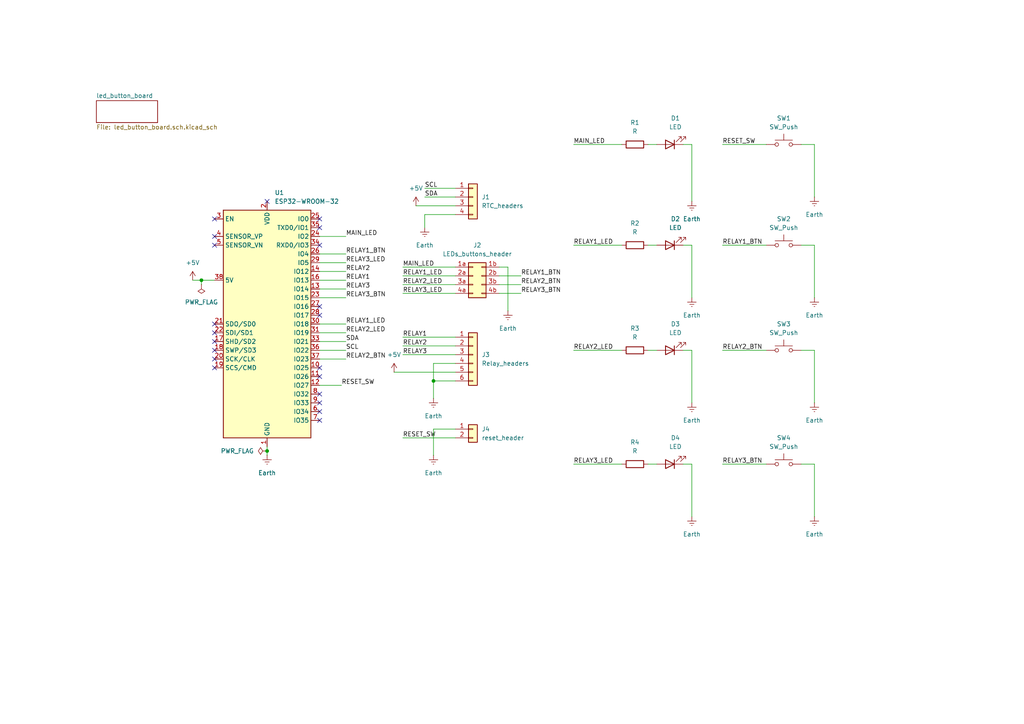
<source format=kicad_sch>
(kicad_sch
	(version 20231120)
	(generator "eeschema")
	(generator_version "8.0")
	(uuid "7a608d07-70db-4e84-831f-f8fd5d7ff980")
	(paper "A4")
	(lib_symbols
		(symbol "5v esp32:abcd"
			(exclude_from_sim no)
			(in_bom yes)
			(on_board yes)
			(property "Reference" "U1"
				(at 2.1941 38.1 0)
				(effects
					(font
						(size 1.27 1.27)
					)
					(justify left)
				)
			)
			(property "Value" "abcd"
				(at 2.1941 35.56 0)
				(effects
					(font
						(size 1.27 1.27)
					)
					(justify left)
				)
			)
			(property "Footprint" "microcontroller_headers:esp32_doit_devkitv1"
				(at 0 -38.1 0)
				(effects
					(font
						(size 1.27 1.27)
					)
					(hide yes)
				)
			)
			(property "Datasheet" "https://www.espressif.com/sites/default/files/documentation/esp32-wroom-32_datasheet_en.pdf"
				(at -7.62 1.27 0)
				(effects
					(font
						(size 1.27 1.27)
					)
					(hide yes)
				)
			)
			(property "Description" "RF Module, ESP32-D0WDQ6 SoC, Wi-Fi 802.11b/g/n, Bluetooth, BLE, 32-bit, 2.7-3.6V, onboard antenna, SMD"
				(at 0 0 0)
				(effects
					(font
						(size 1.27 1.27)
					)
					(hide yes)
				)
			)
			(property "ki_keywords" "RF Radio BT ESP ESP32 Espressif onboard PCB antenna"
				(at 0 0 0)
				(effects
					(font
						(size 1.27 1.27)
					)
					(hide yes)
				)
			)
			(property "ki_fp_filters" "ESP32?WROOM?32*"
				(at 0 0 0)
				(effects
					(font
						(size 1.27 1.27)
					)
					(hide yes)
				)
			)
			(symbol "abcd_0_1"
				(rectangle
					(start -12.7 33.02)
					(end 12.7 -33.02)
					(stroke
						(width 0.254)
						(type default)
					)
					(fill
						(type background)
					)
				)
			)
			(symbol "abcd_1_1"
				(pin power_in line
					(at 0 -35.56 90)
					(length 2.54)
					(name "GND"
						(effects
							(font
								(size 1.27 1.27)
							)
						)
					)
					(number "1"
						(effects
							(font
								(size 1.27 1.27)
							)
						)
					)
				)
				(pin bidirectional line
					(at 15.24 -12.7 180)
					(length 2.54)
					(name "IO25"
						(effects
							(font
								(size 1.27 1.27)
							)
						)
					)
					(number "10"
						(effects
							(font
								(size 1.27 1.27)
							)
						)
					)
				)
				(pin bidirectional line
					(at 15.24 -15.24 180)
					(length 2.54)
					(name "IO26"
						(effects
							(font
								(size 1.27 1.27)
							)
						)
					)
					(number "11"
						(effects
							(font
								(size 1.27 1.27)
							)
						)
					)
				)
				(pin bidirectional line
					(at 15.24 -17.78 180)
					(length 2.54)
					(name "IO27"
						(effects
							(font
								(size 1.27 1.27)
							)
						)
					)
					(number "12"
						(effects
							(font
								(size 1.27 1.27)
							)
						)
					)
				)
				(pin bidirectional line
					(at 15.24 10.16 180)
					(length 2.54)
					(name "IO14"
						(effects
							(font
								(size 1.27 1.27)
							)
						)
					)
					(number "13"
						(effects
							(font
								(size 1.27 1.27)
							)
						)
					)
				)
				(pin bidirectional line
					(at 15.24 15.24 180)
					(length 2.54)
					(name "IO12"
						(effects
							(font
								(size 1.27 1.27)
							)
						)
					)
					(number "14"
						(effects
							(font
								(size 1.27 1.27)
							)
						)
					)
				)
				(pin passive line
					(at 0 -35.56 90)
					(length 2.54) hide
					(name "GND"
						(effects
							(font
								(size 1.27 1.27)
							)
						)
					)
					(number "15"
						(effects
							(font
								(size 1.27 1.27)
							)
						)
					)
				)
				(pin bidirectional line
					(at 15.24 12.7 180)
					(length 2.54)
					(name "IO13"
						(effects
							(font
								(size 1.27 1.27)
							)
						)
					)
					(number "16"
						(effects
							(font
								(size 1.27 1.27)
							)
						)
					)
				)
				(pin bidirectional line
					(at -15.24 -5.08 0)
					(length 2.54)
					(name "SHD/SD2"
						(effects
							(font
								(size 1.27 1.27)
							)
						)
					)
					(number "17"
						(effects
							(font
								(size 1.27 1.27)
							)
						)
					)
				)
				(pin bidirectional line
					(at -15.24 -7.62 0)
					(length 2.54)
					(name "SWP/SD3"
						(effects
							(font
								(size 1.27 1.27)
							)
						)
					)
					(number "18"
						(effects
							(font
								(size 1.27 1.27)
							)
						)
					)
				)
				(pin bidirectional line
					(at -15.24 -12.7 0)
					(length 2.54)
					(name "SCS/CMD"
						(effects
							(font
								(size 1.27 1.27)
							)
						)
					)
					(number "19"
						(effects
							(font
								(size 1.27 1.27)
							)
						)
					)
				)
				(pin power_in line
					(at 0 35.56 270)
					(length 2.54)
					(name "VDD"
						(effects
							(font
								(size 1.27 1.27)
							)
						)
					)
					(number "2"
						(effects
							(font
								(size 1.27 1.27)
							)
						)
					)
				)
				(pin bidirectional line
					(at -15.24 -10.16 0)
					(length 2.54)
					(name "SCK/CLK"
						(effects
							(font
								(size 1.27 1.27)
							)
						)
					)
					(number "20"
						(effects
							(font
								(size 1.27 1.27)
							)
						)
					)
				)
				(pin bidirectional line
					(at -15.24 0 0)
					(length 2.54)
					(name "SDO/SD0"
						(effects
							(font
								(size 1.27 1.27)
							)
						)
					)
					(number "21"
						(effects
							(font
								(size 1.27 1.27)
							)
						)
					)
				)
				(pin bidirectional line
					(at -15.24 -2.54 0)
					(length 2.54)
					(name "SDI/SD1"
						(effects
							(font
								(size 1.27 1.27)
							)
						)
					)
					(number "22"
						(effects
							(font
								(size 1.27 1.27)
							)
						)
					)
				)
				(pin bidirectional line
					(at 15.24 7.62 180)
					(length 2.54)
					(name "IO15"
						(effects
							(font
								(size 1.27 1.27)
							)
						)
					)
					(number "23"
						(effects
							(font
								(size 1.27 1.27)
							)
						)
					)
				)
				(pin bidirectional line
					(at 15.24 25.4 180)
					(length 2.54)
					(name "IO2"
						(effects
							(font
								(size 1.27 1.27)
							)
						)
					)
					(number "24"
						(effects
							(font
								(size 1.27 1.27)
							)
						)
					)
				)
				(pin bidirectional line
					(at 15.24 30.48 180)
					(length 2.54)
					(name "IO0"
						(effects
							(font
								(size 1.27 1.27)
							)
						)
					)
					(number "25"
						(effects
							(font
								(size 1.27 1.27)
							)
						)
					)
				)
				(pin bidirectional line
					(at 15.24 20.32 180)
					(length 2.54)
					(name "IO4"
						(effects
							(font
								(size 1.27 1.27)
							)
						)
					)
					(number "26"
						(effects
							(font
								(size 1.27 1.27)
							)
						)
					)
				)
				(pin bidirectional line
					(at 15.24 5.08 180)
					(length 2.54)
					(name "IO16"
						(effects
							(font
								(size 1.27 1.27)
							)
						)
					)
					(number "27"
						(effects
							(font
								(size 1.27 1.27)
							)
						)
					)
				)
				(pin bidirectional line
					(at 15.24 2.54 180)
					(length 2.54)
					(name "IO17"
						(effects
							(font
								(size 1.27 1.27)
							)
						)
					)
					(number "28"
						(effects
							(font
								(size 1.27 1.27)
							)
						)
					)
				)
				(pin bidirectional line
					(at 15.24 17.78 180)
					(length 2.54)
					(name "IO5"
						(effects
							(font
								(size 1.27 1.27)
							)
						)
					)
					(number "29"
						(effects
							(font
								(size 1.27 1.27)
							)
						)
					)
				)
				(pin input line
					(at -15.24 30.48 0)
					(length 2.54)
					(name "EN"
						(effects
							(font
								(size 1.27 1.27)
							)
						)
					)
					(number "3"
						(effects
							(font
								(size 1.27 1.27)
							)
						)
					)
				)
				(pin bidirectional line
					(at 15.24 0 180)
					(length 2.54)
					(name "IO18"
						(effects
							(font
								(size 1.27 1.27)
							)
						)
					)
					(number "30"
						(effects
							(font
								(size 1.27 1.27)
							)
						)
					)
				)
				(pin bidirectional line
					(at 15.24 -2.54 180)
					(length 2.54)
					(name "IO19"
						(effects
							(font
								(size 1.27 1.27)
							)
						)
					)
					(number "31"
						(effects
							(font
								(size 1.27 1.27)
							)
						)
					)
				)
				(pin no_connect line
					(at -12.7 -27.94 0)
					(length 2.54) hide
					(name "NC"
						(effects
							(font
								(size 1.27 1.27)
							)
						)
					)
					(number "32"
						(effects
							(font
								(size 1.27 1.27)
							)
						)
					)
				)
				(pin bidirectional line
					(at 15.24 -5.08 180)
					(length 2.54)
					(name "IO21"
						(effects
							(font
								(size 1.27 1.27)
							)
						)
					)
					(number "33"
						(effects
							(font
								(size 1.27 1.27)
							)
						)
					)
				)
				(pin bidirectional line
					(at 15.24 22.86 180)
					(length 2.54)
					(name "RXD0/IO3"
						(effects
							(font
								(size 1.27 1.27)
							)
						)
					)
					(number "34"
						(effects
							(font
								(size 1.27 1.27)
							)
						)
					)
				)
				(pin bidirectional line
					(at 15.24 27.94 180)
					(length 2.54)
					(name "TXD0/IO1"
						(effects
							(font
								(size 1.27 1.27)
							)
						)
					)
					(number "35"
						(effects
							(font
								(size 1.27 1.27)
							)
						)
					)
				)
				(pin bidirectional line
					(at 15.24 -7.62 180)
					(length 2.54)
					(name "IO22"
						(effects
							(font
								(size 1.27 1.27)
							)
						)
					)
					(number "36"
						(effects
							(font
								(size 1.27 1.27)
							)
						)
					)
				)
				(pin bidirectional line
					(at 15.24 -10.16 180)
					(length 2.54)
					(name "IO23"
						(effects
							(font
								(size 1.27 1.27)
							)
						)
					)
					(number "37"
						(effects
							(font
								(size 1.27 1.27)
							)
						)
					)
				)
				(pin power_in line
					(at -15.24 12.7 0)
					(length 2.54)
					(name "5V"
						(effects
							(font
								(size 1.27 1.27)
							)
						)
					)
					(number "38"
						(effects
							(font
								(size 1.27 1.27)
							)
						)
					)
				)
				(pin passive line
					(at 0 -35.56 90)
					(length 2.54) hide
					(name "GND"
						(effects
							(font
								(size 1.27 1.27)
							)
						)
					)
					(number "38"
						(effects
							(font
								(size 1.27 1.27)
							)
						)
					)
				)
				(pin passive line
					(at 0 -35.56 90)
					(length 2.54) hide
					(name "GND"
						(effects
							(font
								(size 1.27 1.27)
							)
						)
					)
					(number "39"
						(effects
							(font
								(size 1.27 1.27)
							)
						)
					)
				)
				(pin input line
					(at -15.24 25.4 0)
					(length 2.54)
					(name "SENSOR_VP"
						(effects
							(font
								(size 1.27 1.27)
							)
						)
					)
					(number "4"
						(effects
							(font
								(size 1.27 1.27)
							)
						)
					)
				)
				(pin input line
					(at -15.24 22.86 0)
					(length 2.54)
					(name "SENSOR_VN"
						(effects
							(font
								(size 1.27 1.27)
							)
						)
					)
					(number "5"
						(effects
							(font
								(size 1.27 1.27)
							)
						)
					)
				)
				(pin input line
					(at 15.24 -25.4 180)
					(length 2.54)
					(name "IO34"
						(effects
							(font
								(size 1.27 1.27)
							)
						)
					)
					(number "6"
						(effects
							(font
								(size 1.27 1.27)
							)
						)
					)
				)
				(pin input line
					(at 15.24 -27.94 180)
					(length 2.54)
					(name "IO35"
						(effects
							(font
								(size 1.27 1.27)
							)
						)
					)
					(number "7"
						(effects
							(font
								(size 1.27 1.27)
							)
						)
					)
				)
				(pin bidirectional line
					(at 15.24 -20.32 180)
					(length 2.54)
					(name "IO32"
						(effects
							(font
								(size 1.27 1.27)
							)
						)
					)
					(number "8"
						(effects
							(font
								(size 1.27 1.27)
							)
						)
					)
				)
				(pin bidirectional line
					(at 15.24 -22.86 180)
					(length 2.54)
					(name "IO33"
						(effects
							(font
								(size 1.27 1.27)
							)
						)
					)
					(number "9"
						(effects
							(font
								(size 1.27 1.27)
							)
						)
					)
				)
			)
		)
		(symbol "Connector_Generic:Conn_01x02"
			(pin_names
				(offset 1.016) hide)
			(exclude_from_sim no)
			(in_bom yes)
			(on_board yes)
			(property "Reference" "J"
				(at 0 2.54 0)
				(effects
					(font
						(size 1.27 1.27)
					)
				)
			)
			(property "Value" "Conn_01x02"
				(at 0 -5.08 0)
				(effects
					(font
						(size 1.27 1.27)
					)
				)
			)
			(property "Footprint" ""
				(at 0 0 0)
				(effects
					(font
						(size 1.27 1.27)
					)
					(hide yes)
				)
			)
			(property "Datasheet" "~"
				(at 0 0 0)
				(effects
					(font
						(size 1.27 1.27)
					)
					(hide yes)
				)
			)
			(property "Description" "Generic connector, single row, 01x02, script generated (kicad-library-utils/schlib/autogen/connector/)"
				(at 0 0 0)
				(effects
					(font
						(size 1.27 1.27)
					)
					(hide yes)
				)
			)
			(property "ki_keywords" "connector"
				(at 0 0 0)
				(effects
					(font
						(size 1.27 1.27)
					)
					(hide yes)
				)
			)
			(property "ki_fp_filters" "Connector*:*_1x??_*"
				(at 0 0 0)
				(effects
					(font
						(size 1.27 1.27)
					)
					(hide yes)
				)
			)
			(symbol "Conn_01x02_1_1"
				(rectangle
					(start -1.27 -2.413)
					(end 0 -2.667)
					(stroke
						(width 0.1524)
						(type default)
					)
					(fill
						(type none)
					)
				)
				(rectangle
					(start -1.27 0.127)
					(end 0 -0.127)
					(stroke
						(width 0.1524)
						(type default)
					)
					(fill
						(type none)
					)
				)
				(rectangle
					(start -1.27 1.27)
					(end 1.27 -3.81)
					(stroke
						(width 0.254)
						(type default)
					)
					(fill
						(type background)
					)
				)
				(pin passive line
					(at -5.08 0 0)
					(length 3.81)
					(name "Pin_1"
						(effects
							(font
								(size 1.27 1.27)
							)
						)
					)
					(number "1"
						(effects
							(font
								(size 1.27 1.27)
							)
						)
					)
				)
				(pin passive line
					(at -5.08 -2.54 0)
					(length 3.81)
					(name "Pin_2"
						(effects
							(font
								(size 1.27 1.27)
							)
						)
					)
					(number "2"
						(effects
							(font
								(size 1.27 1.27)
							)
						)
					)
				)
			)
		)
		(symbol "Connector_Generic:Conn_01x04"
			(pin_names
				(offset 1.016) hide)
			(exclude_from_sim no)
			(in_bom yes)
			(on_board yes)
			(property "Reference" "J"
				(at 0 5.08 0)
				(effects
					(font
						(size 1.27 1.27)
					)
				)
			)
			(property "Value" "Conn_01x04"
				(at 0 -7.62 0)
				(effects
					(font
						(size 1.27 1.27)
					)
				)
			)
			(property "Footprint" ""
				(at 0 0 0)
				(effects
					(font
						(size 1.27 1.27)
					)
					(hide yes)
				)
			)
			(property "Datasheet" "~"
				(at 0 0 0)
				(effects
					(font
						(size 1.27 1.27)
					)
					(hide yes)
				)
			)
			(property "Description" "Generic connector, single row, 01x04, script generated (kicad-library-utils/schlib/autogen/connector/)"
				(at 0 0 0)
				(effects
					(font
						(size 1.27 1.27)
					)
					(hide yes)
				)
			)
			(property "ki_keywords" "connector"
				(at 0 0 0)
				(effects
					(font
						(size 1.27 1.27)
					)
					(hide yes)
				)
			)
			(property "ki_fp_filters" "Connector*:*_1x??_*"
				(at 0 0 0)
				(effects
					(font
						(size 1.27 1.27)
					)
					(hide yes)
				)
			)
			(symbol "Conn_01x04_1_1"
				(rectangle
					(start -1.27 -4.953)
					(end 0 -5.207)
					(stroke
						(width 0.1524)
						(type default)
					)
					(fill
						(type none)
					)
				)
				(rectangle
					(start -1.27 -2.413)
					(end 0 -2.667)
					(stroke
						(width 0.1524)
						(type default)
					)
					(fill
						(type none)
					)
				)
				(rectangle
					(start -1.27 0.127)
					(end 0 -0.127)
					(stroke
						(width 0.1524)
						(type default)
					)
					(fill
						(type none)
					)
				)
				(rectangle
					(start -1.27 2.667)
					(end 0 2.413)
					(stroke
						(width 0.1524)
						(type default)
					)
					(fill
						(type none)
					)
				)
				(rectangle
					(start -1.27 3.81)
					(end 1.27 -6.35)
					(stroke
						(width 0.254)
						(type default)
					)
					(fill
						(type background)
					)
				)
				(pin passive line
					(at -5.08 2.54 0)
					(length 3.81)
					(name "Pin_1"
						(effects
							(font
								(size 1.27 1.27)
							)
						)
					)
					(number "1"
						(effects
							(font
								(size 1.27 1.27)
							)
						)
					)
				)
				(pin passive line
					(at -5.08 0 0)
					(length 3.81)
					(name "Pin_2"
						(effects
							(font
								(size 1.27 1.27)
							)
						)
					)
					(number "2"
						(effects
							(font
								(size 1.27 1.27)
							)
						)
					)
				)
				(pin passive line
					(at -5.08 -2.54 0)
					(length 3.81)
					(name "Pin_3"
						(effects
							(font
								(size 1.27 1.27)
							)
						)
					)
					(number "3"
						(effects
							(font
								(size 1.27 1.27)
							)
						)
					)
				)
				(pin passive line
					(at -5.08 -5.08 0)
					(length 3.81)
					(name "Pin_4"
						(effects
							(font
								(size 1.27 1.27)
							)
						)
					)
					(number "4"
						(effects
							(font
								(size 1.27 1.27)
							)
						)
					)
				)
			)
		)
		(symbol "Connector_Generic:Conn_01x06"
			(pin_names
				(offset 1.016) hide)
			(exclude_from_sim no)
			(in_bom yes)
			(on_board yes)
			(property "Reference" "J"
				(at 0 7.62 0)
				(effects
					(font
						(size 1.27 1.27)
					)
				)
			)
			(property "Value" "Conn_01x06"
				(at 0 -10.16 0)
				(effects
					(font
						(size 1.27 1.27)
					)
				)
			)
			(property "Footprint" ""
				(at 0 0 0)
				(effects
					(font
						(size 1.27 1.27)
					)
					(hide yes)
				)
			)
			(property "Datasheet" "~"
				(at 0 0 0)
				(effects
					(font
						(size 1.27 1.27)
					)
					(hide yes)
				)
			)
			(property "Description" "Generic connector, single row, 01x06, script generated (kicad-library-utils/schlib/autogen/connector/)"
				(at 0 0 0)
				(effects
					(font
						(size 1.27 1.27)
					)
					(hide yes)
				)
			)
			(property "ki_keywords" "connector"
				(at 0 0 0)
				(effects
					(font
						(size 1.27 1.27)
					)
					(hide yes)
				)
			)
			(property "ki_fp_filters" "Connector*:*_1x??_*"
				(at 0 0 0)
				(effects
					(font
						(size 1.27 1.27)
					)
					(hide yes)
				)
			)
			(symbol "Conn_01x06_1_1"
				(rectangle
					(start -1.27 -7.493)
					(end 0 -7.747)
					(stroke
						(width 0.1524)
						(type default)
					)
					(fill
						(type none)
					)
				)
				(rectangle
					(start -1.27 -4.953)
					(end 0 -5.207)
					(stroke
						(width 0.1524)
						(type default)
					)
					(fill
						(type none)
					)
				)
				(rectangle
					(start -1.27 -2.413)
					(end 0 -2.667)
					(stroke
						(width 0.1524)
						(type default)
					)
					(fill
						(type none)
					)
				)
				(rectangle
					(start -1.27 0.127)
					(end 0 -0.127)
					(stroke
						(width 0.1524)
						(type default)
					)
					(fill
						(type none)
					)
				)
				(rectangle
					(start -1.27 2.667)
					(end 0 2.413)
					(stroke
						(width 0.1524)
						(type default)
					)
					(fill
						(type none)
					)
				)
				(rectangle
					(start -1.27 5.207)
					(end 0 4.953)
					(stroke
						(width 0.1524)
						(type default)
					)
					(fill
						(type none)
					)
				)
				(rectangle
					(start -1.27 6.35)
					(end 1.27 -8.89)
					(stroke
						(width 0.254)
						(type default)
					)
					(fill
						(type background)
					)
				)
				(pin passive line
					(at -5.08 5.08 0)
					(length 3.81)
					(name "Pin_1"
						(effects
							(font
								(size 1.27 1.27)
							)
						)
					)
					(number "1"
						(effects
							(font
								(size 1.27 1.27)
							)
						)
					)
				)
				(pin passive line
					(at -5.08 2.54 0)
					(length 3.81)
					(name "Pin_2"
						(effects
							(font
								(size 1.27 1.27)
							)
						)
					)
					(number "2"
						(effects
							(font
								(size 1.27 1.27)
							)
						)
					)
				)
				(pin passive line
					(at -5.08 0 0)
					(length 3.81)
					(name "Pin_3"
						(effects
							(font
								(size 1.27 1.27)
							)
						)
					)
					(number "3"
						(effects
							(font
								(size 1.27 1.27)
							)
						)
					)
				)
				(pin passive line
					(at -5.08 -2.54 0)
					(length 3.81)
					(name "Pin_4"
						(effects
							(font
								(size 1.27 1.27)
							)
						)
					)
					(number "4"
						(effects
							(font
								(size 1.27 1.27)
							)
						)
					)
				)
				(pin passive line
					(at -5.08 -5.08 0)
					(length 3.81)
					(name "Pin_5"
						(effects
							(font
								(size 1.27 1.27)
							)
						)
					)
					(number "5"
						(effects
							(font
								(size 1.27 1.27)
							)
						)
					)
				)
				(pin passive line
					(at -5.08 -7.62 0)
					(length 3.81)
					(name "Pin_6"
						(effects
							(font
								(size 1.27 1.27)
							)
						)
					)
					(number "6"
						(effects
							(font
								(size 1.27 1.27)
							)
						)
					)
				)
			)
		)
		(symbol "Connector_Generic:Conn_02x04_Row_Letter_Last"
			(pin_names
				(offset 1.016) hide)
			(exclude_from_sim no)
			(in_bom yes)
			(on_board yes)
			(property "Reference" "J"
				(at 1.27 5.08 0)
				(effects
					(font
						(size 1.27 1.27)
					)
				)
			)
			(property "Value" "Conn_02x04_Row_Letter_Last"
				(at 1.27 -7.62 0)
				(effects
					(font
						(size 1.27 1.27)
					)
				)
			)
			(property "Footprint" ""
				(at 0 0 0)
				(effects
					(font
						(size 1.27 1.27)
					)
					(hide yes)
				)
			)
			(property "Datasheet" "~"
				(at 0 0 0)
				(effects
					(font
						(size 1.27 1.27)
					)
					(hide yes)
				)
			)
			(property "Description" "Generic connector, double row, 02x04, row letter last pin numbering scheme (pin number consists of a letter for the row and a number for the pin index in this row. 1a, ..., Na; 1b, ..., Nb)), script generated (kicad-library-utils/schlib/autogen/connector/)"
				(at 0 0 0)
				(effects
					(font
						(size 1.27 1.27)
					)
					(hide yes)
				)
			)
			(property "ki_keywords" "connector"
				(at 0 0 0)
				(effects
					(font
						(size 1.27 1.27)
					)
					(hide yes)
				)
			)
			(property "ki_fp_filters" "Connector*:*_2x??_*"
				(at 0 0 0)
				(effects
					(font
						(size 1.27 1.27)
					)
					(hide yes)
				)
			)
			(symbol "Conn_02x04_Row_Letter_Last_1_1"
				(rectangle
					(start -1.27 -4.953)
					(end 0 -5.207)
					(stroke
						(width 0.1524)
						(type default)
					)
					(fill
						(type none)
					)
				)
				(rectangle
					(start -1.27 -2.413)
					(end 0 -2.667)
					(stroke
						(width 0.1524)
						(type default)
					)
					(fill
						(type none)
					)
				)
				(rectangle
					(start -1.27 0.127)
					(end 0 -0.127)
					(stroke
						(width 0.1524)
						(type default)
					)
					(fill
						(type none)
					)
				)
				(rectangle
					(start -1.27 2.667)
					(end 0 2.413)
					(stroke
						(width 0.1524)
						(type default)
					)
					(fill
						(type none)
					)
				)
				(rectangle
					(start -1.27 3.81)
					(end 3.81 -6.35)
					(stroke
						(width 0.254)
						(type default)
					)
					(fill
						(type background)
					)
				)
				(rectangle
					(start 3.81 -4.953)
					(end 2.54 -5.207)
					(stroke
						(width 0.1524)
						(type default)
					)
					(fill
						(type none)
					)
				)
				(rectangle
					(start 3.81 -2.413)
					(end 2.54 -2.667)
					(stroke
						(width 0.1524)
						(type default)
					)
					(fill
						(type none)
					)
				)
				(rectangle
					(start 3.81 0.127)
					(end 2.54 -0.127)
					(stroke
						(width 0.1524)
						(type default)
					)
					(fill
						(type none)
					)
				)
				(rectangle
					(start 3.81 2.667)
					(end 2.54 2.413)
					(stroke
						(width 0.1524)
						(type default)
					)
					(fill
						(type none)
					)
				)
				(pin passive line
					(at -5.08 2.54 0)
					(length 3.81)
					(name "Pin_1a"
						(effects
							(font
								(size 1.27 1.27)
							)
						)
					)
					(number "1a"
						(effects
							(font
								(size 1.27 1.27)
							)
						)
					)
				)
				(pin passive line
					(at 7.62 2.54 180)
					(length 3.81)
					(name "Pin_1b"
						(effects
							(font
								(size 1.27 1.27)
							)
						)
					)
					(number "1b"
						(effects
							(font
								(size 1.27 1.27)
							)
						)
					)
				)
				(pin passive line
					(at -5.08 0 0)
					(length 3.81)
					(name "Pin_2a"
						(effects
							(font
								(size 1.27 1.27)
							)
						)
					)
					(number "2a"
						(effects
							(font
								(size 1.27 1.27)
							)
						)
					)
				)
				(pin passive line
					(at 7.62 0 180)
					(length 3.81)
					(name "Pin_2b"
						(effects
							(font
								(size 1.27 1.27)
							)
						)
					)
					(number "2b"
						(effects
							(font
								(size 1.27 1.27)
							)
						)
					)
				)
				(pin passive line
					(at -5.08 -2.54 0)
					(length 3.81)
					(name "Pin_3a"
						(effects
							(font
								(size 1.27 1.27)
							)
						)
					)
					(number "3a"
						(effects
							(font
								(size 1.27 1.27)
							)
						)
					)
				)
				(pin passive line
					(at 7.62 -2.54 180)
					(length 3.81)
					(name "Pin_3b"
						(effects
							(font
								(size 1.27 1.27)
							)
						)
					)
					(number "3b"
						(effects
							(font
								(size 1.27 1.27)
							)
						)
					)
				)
				(pin passive line
					(at -5.08 -5.08 0)
					(length 3.81)
					(name "Pin_4a"
						(effects
							(font
								(size 1.27 1.27)
							)
						)
					)
					(number "4a"
						(effects
							(font
								(size 1.27 1.27)
							)
						)
					)
				)
				(pin passive line
					(at 7.62 -5.08 180)
					(length 3.81)
					(name "Pin_4b"
						(effects
							(font
								(size 1.27 1.27)
							)
						)
					)
					(number "4b"
						(effects
							(font
								(size 1.27 1.27)
							)
						)
					)
				)
			)
		)
		(symbol "Device:LED"
			(pin_numbers hide)
			(pin_names
				(offset 1.016) hide)
			(exclude_from_sim no)
			(in_bom yes)
			(on_board yes)
			(property "Reference" "D"
				(at 0 2.54 0)
				(effects
					(font
						(size 1.27 1.27)
					)
				)
			)
			(property "Value" "LED"
				(at 0 -2.54 0)
				(effects
					(font
						(size 1.27 1.27)
					)
				)
			)
			(property "Footprint" ""
				(at 0 0 0)
				(effects
					(font
						(size 1.27 1.27)
					)
					(hide yes)
				)
			)
			(property "Datasheet" "~"
				(at 0 0 0)
				(effects
					(font
						(size 1.27 1.27)
					)
					(hide yes)
				)
			)
			(property "Description" "Light emitting diode"
				(at 0 0 0)
				(effects
					(font
						(size 1.27 1.27)
					)
					(hide yes)
				)
			)
			(property "ki_keywords" "LED diode"
				(at 0 0 0)
				(effects
					(font
						(size 1.27 1.27)
					)
					(hide yes)
				)
			)
			(property "ki_fp_filters" "LED* LED_SMD:* LED_THT:*"
				(at 0 0 0)
				(effects
					(font
						(size 1.27 1.27)
					)
					(hide yes)
				)
			)
			(symbol "LED_0_1"
				(polyline
					(pts
						(xy -1.27 -1.27) (xy -1.27 1.27)
					)
					(stroke
						(width 0.254)
						(type default)
					)
					(fill
						(type none)
					)
				)
				(polyline
					(pts
						(xy -1.27 0) (xy 1.27 0)
					)
					(stroke
						(width 0)
						(type default)
					)
					(fill
						(type none)
					)
				)
				(polyline
					(pts
						(xy 1.27 -1.27) (xy 1.27 1.27) (xy -1.27 0) (xy 1.27 -1.27)
					)
					(stroke
						(width 0.254)
						(type default)
					)
					(fill
						(type none)
					)
				)
				(polyline
					(pts
						(xy -3.048 -0.762) (xy -4.572 -2.286) (xy -3.81 -2.286) (xy -4.572 -2.286) (xy -4.572 -1.524)
					)
					(stroke
						(width 0)
						(type default)
					)
					(fill
						(type none)
					)
				)
				(polyline
					(pts
						(xy -1.778 -0.762) (xy -3.302 -2.286) (xy -2.54 -2.286) (xy -3.302 -2.286) (xy -3.302 -1.524)
					)
					(stroke
						(width 0)
						(type default)
					)
					(fill
						(type none)
					)
				)
			)
			(symbol "LED_1_1"
				(pin passive line
					(at -3.81 0 0)
					(length 2.54)
					(name "K"
						(effects
							(font
								(size 1.27 1.27)
							)
						)
					)
					(number "1"
						(effects
							(font
								(size 1.27 1.27)
							)
						)
					)
				)
				(pin passive line
					(at 3.81 0 180)
					(length 2.54)
					(name "A"
						(effects
							(font
								(size 1.27 1.27)
							)
						)
					)
					(number "2"
						(effects
							(font
								(size 1.27 1.27)
							)
						)
					)
				)
			)
		)
		(symbol "Device:R"
			(pin_numbers hide)
			(pin_names
				(offset 0)
			)
			(exclude_from_sim no)
			(in_bom yes)
			(on_board yes)
			(property "Reference" "R"
				(at 2.032 0 90)
				(effects
					(font
						(size 1.27 1.27)
					)
				)
			)
			(property "Value" "R"
				(at 0 0 90)
				(effects
					(font
						(size 1.27 1.27)
					)
				)
			)
			(property "Footprint" ""
				(at -1.778 0 90)
				(effects
					(font
						(size 1.27 1.27)
					)
					(hide yes)
				)
			)
			(property "Datasheet" "~"
				(at 0 0 0)
				(effects
					(font
						(size 1.27 1.27)
					)
					(hide yes)
				)
			)
			(property "Description" "Resistor"
				(at 0 0 0)
				(effects
					(font
						(size 1.27 1.27)
					)
					(hide yes)
				)
			)
			(property "ki_keywords" "R res resistor"
				(at 0 0 0)
				(effects
					(font
						(size 1.27 1.27)
					)
					(hide yes)
				)
			)
			(property "ki_fp_filters" "R_*"
				(at 0 0 0)
				(effects
					(font
						(size 1.27 1.27)
					)
					(hide yes)
				)
			)
			(symbol "R_0_1"
				(rectangle
					(start -1.016 -2.54)
					(end 1.016 2.54)
					(stroke
						(width 0.254)
						(type default)
					)
					(fill
						(type none)
					)
				)
			)
			(symbol "R_1_1"
				(pin passive line
					(at 0 3.81 270)
					(length 1.27)
					(name "~"
						(effects
							(font
								(size 1.27 1.27)
							)
						)
					)
					(number "1"
						(effects
							(font
								(size 1.27 1.27)
							)
						)
					)
				)
				(pin passive line
					(at 0 -3.81 90)
					(length 1.27)
					(name "~"
						(effects
							(font
								(size 1.27 1.27)
							)
						)
					)
					(number "2"
						(effects
							(font
								(size 1.27 1.27)
							)
						)
					)
				)
			)
		)
		(symbol "Switch:SW_Push"
			(pin_numbers hide)
			(pin_names
				(offset 1.016) hide)
			(exclude_from_sim no)
			(in_bom yes)
			(on_board yes)
			(property "Reference" "SW"
				(at 1.27 2.54 0)
				(effects
					(font
						(size 1.27 1.27)
					)
					(justify left)
				)
			)
			(property "Value" "SW_Push"
				(at 0 -1.524 0)
				(effects
					(font
						(size 1.27 1.27)
					)
				)
			)
			(property "Footprint" ""
				(at 0 5.08 0)
				(effects
					(font
						(size 1.27 1.27)
					)
					(hide yes)
				)
			)
			(property "Datasheet" "~"
				(at 0 5.08 0)
				(effects
					(font
						(size 1.27 1.27)
					)
					(hide yes)
				)
			)
			(property "Description" "Push button switch, generic, two pins"
				(at 0 0 0)
				(effects
					(font
						(size 1.27 1.27)
					)
					(hide yes)
				)
			)
			(property "ki_keywords" "switch normally-open pushbutton push-button"
				(at 0 0 0)
				(effects
					(font
						(size 1.27 1.27)
					)
					(hide yes)
				)
			)
			(symbol "SW_Push_0_1"
				(circle
					(center -2.032 0)
					(radius 0.508)
					(stroke
						(width 0)
						(type default)
					)
					(fill
						(type none)
					)
				)
				(polyline
					(pts
						(xy 0 1.27) (xy 0 3.048)
					)
					(stroke
						(width 0)
						(type default)
					)
					(fill
						(type none)
					)
				)
				(polyline
					(pts
						(xy 2.54 1.27) (xy -2.54 1.27)
					)
					(stroke
						(width 0)
						(type default)
					)
					(fill
						(type none)
					)
				)
				(circle
					(center 2.032 0)
					(radius 0.508)
					(stroke
						(width 0)
						(type default)
					)
					(fill
						(type none)
					)
				)
				(pin passive line
					(at -5.08 0 0)
					(length 2.54)
					(name "1"
						(effects
							(font
								(size 1.27 1.27)
							)
						)
					)
					(number "1"
						(effects
							(font
								(size 1.27 1.27)
							)
						)
					)
				)
				(pin passive line
					(at 5.08 0 180)
					(length 2.54)
					(name "2"
						(effects
							(font
								(size 1.27 1.27)
							)
						)
					)
					(number "2"
						(effects
							(font
								(size 1.27 1.27)
							)
						)
					)
				)
			)
		)
		(symbol "power:+5V"
			(power)
			(pin_numbers hide)
			(pin_names
				(offset 0) hide)
			(exclude_from_sim no)
			(in_bom yes)
			(on_board yes)
			(property "Reference" "#PWR"
				(at 0 -3.81 0)
				(effects
					(font
						(size 1.27 1.27)
					)
					(hide yes)
				)
			)
			(property "Value" "+5V"
				(at 0 3.556 0)
				(effects
					(font
						(size 1.27 1.27)
					)
				)
			)
			(property "Footprint" ""
				(at 0 0 0)
				(effects
					(font
						(size 1.27 1.27)
					)
					(hide yes)
				)
			)
			(property "Datasheet" ""
				(at 0 0 0)
				(effects
					(font
						(size 1.27 1.27)
					)
					(hide yes)
				)
			)
			(property "Description" "Power symbol creates a global label with name \"+5V\""
				(at 0 0 0)
				(effects
					(font
						(size 1.27 1.27)
					)
					(hide yes)
				)
			)
			(property "ki_keywords" "global power"
				(at 0 0 0)
				(effects
					(font
						(size 1.27 1.27)
					)
					(hide yes)
				)
			)
			(symbol "+5V_0_1"
				(polyline
					(pts
						(xy -0.762 1.27) (xy 0 2.54)
					)
					(stroke
						(width 0)
						(type default)
					)
					(fill
						(type none)
					)
				)
				(polyline
					(pts
						(xy 0 0) (xy 0 2.54)
					)
					(stroke
						(width 0)
						(type default)
					)
					(fill
						(type none)
					)
				)
				(polyline
					(pts
						(xy 0 2.54) (xy 0.762 1.27)
					)
					(stroke
						(width 0)
						(type default)
					)
					(fill
						(type none)
					)
				)
			)
			(symbol "+5V_1_1"
				(pin power_in line
					(at 0 0 90)
					(length 0)
					(name "~"
						(effects
							(font
								(size 1.27 1.27)
							)
						)
					)
					(number "1"
						(effects
							(font
								(size 1.27 1.27)
							)
						)
					)
				)
			)
		)
		(symbol "power:Earth"
			(power)
			(pin_numbers hide)
			(pin_names
				(offset 0) hide)
			(exclude_from_sim no)
			(in_bom yes)
			(on_board yes)
			(property "Reference" "#PWR"
				(at 0 -6.35 0)
				(effects
					(font
						(size 1.27 1.27)
					)
					(hide yes)
				)
			)
			(property "Value" "Earth"
				(at 0 -3.81 0)
				(effects
					(font
						(size 1.27 1.27)
					)
				)
			)
			(property "Footprint" ""
				(at 0 0 0)
				(effects
					(font
						(size 1.27 1.27)
					)
					(hide yes)
				)
			)
			(property "Datasheet" "~"
				(at 0 0 0)
				(effects
					(font
						(size 1.27 1.27)
					)
					(hide yes)
				)
			)
			(property "Description" "Power symbol creates a global label with name \"Earth\""
				(at 0 0 0)
				(effects
					(font
						(size 1.27 1.27)
					)
					(hide yes)
				)
			)
			(property "ki_keywords" "global ground gnd"
				(at 0 0 0)
				(effects
					(font
						(size 1.27 1.27)
					)
					(hide yes)
				)
			)
			(symbol "Earth_0_1"
				(polyline
					(pts
						(xy -0.635 -1.905) (xy 0.635 -1.905)
					)
					(stroke
						(width 0)
						(type default)
					)
					(fill
						(type none)
					)
				)
				(polyline
					(pts
						(xy -0.127 -2.54) (xy 0.127 -2.54)
					)
					(stroke
						(width 0)
						(type default)
					)
					(fill
						(type none)
					)
				)
				(polyline
					(pts
						(xy 0 -1.27) (xy 0 0)
					)
					(stroke
						(width 0)
						(type default)
					)
					(fill
						(type none)
					)
				)
				(polyline
					(pts
						(xy 1.27 -1.27) (xy -1.27 -1.27)
					)
					(stroke
						(width 0)
						(type default)
					)
					(fill
						(type none)
					)
				)
			)
			(symbol "Earth_1_1"
				(pin power_in line
					(at 0 0 270)
					(length 0)
					(name "~"
						(effects
							(font
								(size 1.27 1.27)
							)
						)
					)
					(number "1"
						(effects
							(font
								(size 1.27 1.27)
							)
						)
					)
				)
			)
		)
		(symbol "power:PWR_FLAG"
			(power)
			(pin_numbers hide)
			(pin_names
				(offset 0) hide)
			(exclude_from_sim no)
			(in_bom yes)
			(on_board yes)
			(property "Reference" "#FLG"
				(at 0 1.905 0)
				(effects
					(font
						(size 1.27 1.27)
					)
					(hide yes)
				)
			)
			(property "Value" "PWR_FLAG"
				(at 0 3.81 0)
				(effects
					(font
						(size 1.27 1.27)
					)
				)
			)
			(property "Footprint" ""
				(at 0 0 0)
				(effects
					(font
						(size 1.27 1.27)
					)
					(hide yes)
				)
			)
			(property "Datasheet" "~"
				(at 0 0 0)
				(effects
					(font
						(size 1.27 1.27)
					)
					(hide yes)
				)
			)
			(property "Description" "Special symbol for telling ERC where power comes from"
				(at 0 0 0)
				(effects
					(font
						(size 1.27 1.27)
					)
					(hide yes)
				)
			)
			(property "ki_keywords" "flag power"
				(at 0 0 0)
				(effects
					(font
						(size 1.27 1.27)
					)
					(hide yes)
				)
			)
			(symbol "PWR_FLAG_0_0"
				(pin power_out line
					(at 0 0 90)
					(length 0)
					(name "~"
						(effects
							(font
								(size 1.27 1.27)
							)
						)
					)
					(number "1"
						(effects
							(font
								(size 1.27 1.27)
							)
						)
					)
				)
			)
			(symbol "PWR_FLAG_0_1"
				(polyline
					(pts
						(xy 0 0) (xy 0 1.27) (xy -1.016 1.905) (xy 0 2.54) (xy 1.016 1.905) (xy 0 1.27)
					)
					(stroke
						(width 0)
						(type default)
					)
					(fill
						(type none)
					)
				)
			)
		)
	)
	(junction
		(at 58.42 81.28)
		(diameter 0)
		(color 0 0 0 0)
		(uuid "04bc9eea-541a-4cf3-a3ed-3e5efb8daab9")
	)
	(junction
		(at 125.73 110.49)
		(diameter 0)
		(color 0 0 0 0)
		(uuid "9357dba1-6f23-40a9-a898-3b1807baffc3")
	)
	(junction
		(at 77.47 130.81)
		(diameter 0)
		(color 0 0 0 0)
		(uuid "9b114a40-b42a-44ac-ba26-45aabc82bb99")
	)
	(no_connect
		(at 92.71 71.12)
		(uuid "02bd4887-99f6-4978-a8a9-dad48503d64b")
	)
	(no_connect
		(at 62.23 93.98)
		(uuid "05b4a4be-fbd9-4afe-a5d0-e99bd64d2ead")
	)
	(no_connect
		(at 92.71 114.3)
		(uuid "0a4ee526-c6b3-45ed-9082-1f6b66b05659")
	)
	(no_connect
		(at 92.71 106.68)
		(uuid "1016d31f-0450-4397-8411-94e68d5e4243")
	)
	(no_connect
		(at 62.23 68.58)
		(uuid "2263a0f9-fa62-4b4b-9113-fac2644f7bb6")
	)
	(no_connect
		(at 62.23 106.68)
		(uuid "664787a5-7601-41bb-a3ba-9f4bceea9860")
	)
	(no_connect
		(at 92.71 88.9)
		(uuid "7699912c-cd0b-4eb7-bf2d-c26b97f8ac9b")
	)
	(no_connect
		(at 92.71 116.84)
		(uuid "7d928402-afb1-41b9-8584-4124564f39d9")
	)
	(no_connect
		(at 62.23 104.14)
		(uuid "81745db8-4fb3-473c-933b-e43ceec00b52")
	)
	(no_connect
		(at 62.23 71.12)
		(uuid "88675e59-0f21-4635-86c8-4847340dc936")
	)
	(no_connect
		(at 62.23 99.06)
		(uuid "890795fa-a94d-44e8-8258-62bdff882bbc")
	)
	(no_connect
		(at 92.71 91.44)
		(uuid "95c8b279-ed7c-4b7a-98a2-6acb7dfe884c")
	)
	(no_connect
		(at 77.47 58.42)
		(uuid "aa816698-6731-4185-a9d2-174c82041231")
	)
	(no_connect
		(at 62.23 101.6)
		(uuid "aaec6925-2852-4314-8c89-4bb2f614439a")
	)
	(no_connect
		(at 92.71 119.38)
		(uuid "b40b586e-0e36-4c55-a88d-0a3216d759b3")
	)
	(no_connect
		(at 92.71 63.5)
		(uuid "c2e1754e-8a93-4354-afa7-e490dc3bd5c4")
	)
	(no_connect
		(at 92.71 109.22)
		(uuid "c42b24f1-2a5a-41d0-ab71-5fa17beadbaa")
	)
	(no_connect
		(at 62.23 96.52)
		(uuid "de631442-eafb-4f84-97b9-14814d7094bc")
	)
	(no_connect
		(at 62.23 63.5)
		(uuid "f3afc18b-e60c-45fd-841a-883c9372e2a7")
	)
	(no_connect
		(at 92.71 66.04)
		(uuid "f4fa564d-a9c2-4cd9-aec1-8e7041f0c359")
	)
	(no_connect
		(at 92.71 121.92)
		(uuid "f7b78457-1385-446d-9bd6-15db53d7e6ad")
	)
	(wire
		(pts
			(xy 58.42 81.28) (xy 55.88 81.28)
		)
		(stroke
			(width 0)
			(type default)
		)
		(uuid "06b30c62-e8d4-4950-85b9-f57d18107d2f")
	)
	(wire
		(pts
			(xy 116.84 82.55) (xy 132.08 82.55)
		)
		(stroke
			(width 0)
			(type default)
		)
		(uuid "0722c0a1-148b-436d-b98b-bc26a52d53b4")
	)
	(wire
		(pts
			(xy 116.84 100.33) (xy 132.08 100.33)
		)
		(stroke
			(width 0)
			(type default)
		)
		(uuid "0e5fa52a-8ddb-4e39-93c4-e0337f88881a")
	)
	(wire
		(pts
			(xy 200.66 134.62) (xy 200.66 149.86)
		)
		(stroke
			(width 0)
			(type default)
		)
		(uuid "0e9bfece-33d4-4986-b1c3-30ef7dad217f")
	)
	(wire
		(pts
			(xy 58.42 82.55) (xy 58.42 81.28)
		)
		(stroke
			(width 0)
			(type default)
		)
		(uuid "0ef78ec5-4796-4a8f-8911-b2170650f979")
	)
	(wire
		(pts
			(xy 200.66 41.91) (xy 200.66 58.42)
		)
		(stroke
			(width 0)
			(type default)
		)
		(uuid "161f40e4-584a-4bbf-8a14-4eae71cd83e8")
	)
	(wire
		(pts
			(xy 116.84 85.09) (xy 132.08 85.09)
		)
		(stroke
			(width 0)
			(type default)
		)
		(uuid "18917c22-94e5-44d3-976f-2bea44c5abaf")
	)
	(wire
		(pts
			(xy 180.34 71.12) (xy 166.37 71.12)
		)
		(stroke
			(width 0)
			(type default)
		)
		(uuid "1a447e52-f4d1-4596-a705-6ec2813a33f3")
	)
	(wire
		(pts
			(xy 116.84 97.79) (xy 132.08 97.79)
		)
		(stroke
			(width 0)
			(type default)
		)
		(uuid "1c59ecea-ea45-41e9-8157-449b10de1b55")
	)
	(wire
		(pts
			(xy 92.71 93.98) (xy 100.33 93.98)
		)
		(stroke
			(width 0)
			(type default)
		)
		(uuid "2c6756a9-0f0f-4957-a555-daa2224faacf")
	)
	(wire
		(pts
			(xy 232.41 134.62) (xy 236.22 134.62)
		)
		(stroke
			(width 0)
			(type default)
		)
		(uuid "2d202d41-6102-46c1-9d68-8df0c7f13142")
	)
	(wire
		(pts
			(xy 92.71 104.14) (xy 100.33 104.14)
		)
		(stroke
			(width 0)
			(type default)
		)
		(uuid "326825b0-8e48-4b41-b172-b7f67ad03cdd")
	)
	(wire
		(pts
			(xy 209.55 101.6) (xy 222.25 101.6)
		)
		(stroke
			(width 0)
			(type default)
		)
		(uuid "35001398-1178-49ac-8dc8-05bff561a284")
	)
	(wire
		(pts
			(xy 209.55 41.91) (xy 222.25 41.91)
		)
		(stroke
			(width 0)
			(type default)
		)
		(uuid "39d4e320-0ef3-40b0-83b2-30b5a5dbd63b")
	)
	(wire
		(pts
			(xy 77.47 130.81) (xy 77.47 132.08)
		)
		(stroke
			(width 0)
			(type default)
		)
		(uuid "3a909813-dc56-43e6-b45a-75aae2d22d3f")
	)
	(wire
		(pts
			(xy 116.84 77.47) (xy 132.08 77.47)
		)
		(stroke
			(width 0)
			(type default)
		)
		(uuid "3bf28d9f-eeba-48fc-b21b-53e4e9dd5c8f")
	)
	(wire
		(pts
			(xy 236.22 71.12) (xy 236.22 86.36)
		)
		(stroke
			(width 0)
			(type default)
		)
		(uuid "3c20fc04-ea55-4cbb-b425-5d3921ac679f")
	)
	(wire
		(pts
			(xy 92.71 99.06) (xy 100.33 99.06)
		)
		(stroke
			(width 0)
			(type default)
		)
		(uuid "3fa070ff-1df1-4ce0-b2de-721b8a872958")
	)
	(wire
		(pts
			(xy 147.32 77.47) (xy 147.32 90.17)
		)
		(stroke
			(width 0)
			(type default)
		)
		(uuid "409ae1f9-989c-485e-b3fb-13e98f054a9f")
	)
	(wire
		(pts
			(xy 125.73 105.41) (xy 125.73 110.49)
		)
		(stroke
			(width 0)
			(type default)
		)
		(uuid "425f8e41-3897-4431-b2cb-6a0e18ffe64a")
	)
	(wire
		(pts
			(xy 232.41 101.6) (xy 236.22 101.6)
		)
		(stroke
			(width 0)
			(type default)
		)
		(uuid "456ffaf9-0dd1-46b0-a195-5fa554c94f5c")
	)
	(wire
		(pts
			(xy 62.23 81.28) (xy 58.42 81.28)
		)
		(stroke
			(width 0)
			(type default)
		)
		(uuid "4ad45093-24b2-4598-8286-a00213d25a9e")
	)
	(wire
		(pts
			(xy 92.71 101.6) (xy 100.33 101.6)
		)
		(stroke
			(width 0)
			(type default)
		)
		(uuid "4b380ee5-8332-40df-bb01-d82f1546d4ec")
	)
	(wire
		(pts
			(xy 114.3 107.95) (xy 132.08 107.95)
		)
		(stroke
			(width 0)
			(type default)
		)
		(uuid "4f94aeea-142f-4429-a402-b2344d02968c")
	)
	(wire
		(pts
			(xy 198.12 41.91) (xy 200.66 41.91)
		)
		(stroke
			(width 0)
			(type default)
		)
		(uuid "55c8f81b-f276-480c-a36a-cafb549af98c")
	)
	(wire
		(pts
			(xy 166.37 41.91) (xy 180.34 41.91)
		)
		(stroke
			(width 0)
			(type default)
		)
		(uuid "572b6fcc-371b-4ac6-871f-b88482d5aa0b")
	)
	(wire
		(pts
			(xy 198.12 134.62) (xy 200.66 134.62)
		)
		(stroke
			(width 0)
			(type default)
		)
		(uuid "5786df49-cbb8-4c67-b230-88c5a0b88e28")
	)
	(wire
		(pts
			(xy 92.71 68.58) (xy 100.33 68.58)
		)
		(stroke
			(width 0)
			(type default)
		)
		(uuid "5ff8f190-7400-416e-8e9e-c93481fd915d")
	)
	(wire
		(pts
			(xy 92.71 83.82) (xy 100.33 83.82)
		)
		(stroke
			(width 0)
			(type default)
		)
		(uuid "609371d4-9b20-4d79-b039-2d3e38a0bcad")
	)
	(wire
		(pts
			(xy 123.19 62.23) (xy 123.19 66.04)
		)
		(stroke
			(width 0)
			(type default)
		)
		(uuid "62b21351-400f-4d83-8f17-3c7ce32f85c1")
	)
	(wire
		(pts
			(xy 116.84 80.01) (xy 132.08 80.01)
		)
		(stroke
			(width 0)
			(type default)
		)
		(uuid "641992c2-bc52-4cf8-af6a-f71e95d25bfb")
	)
	(wire
		(pts
			(xy 116.84 102.87) (xy 132.08 102.87)
		)
		(stroke
			(width 0)
			(type default)
		)
		(uuid "678c5b6f-8afc-42d5-8c95-53a68bc1fd0f")
	)
	(wire
		(pts
			(xy 132.08 105.41) (xy 125.73 105.41)
		)
		(stroke
			(width 0)
			(type default)
		)
		(uuid "68666620-9bcf-415b-8177-4661c9b64d8f")
	)
	(wire
		(pts
			(xy 236.22 41.91) (xy 236.22 57.15)
		)
		(stroke
			(width 0)
			(type default)
		)
		(uuid "6a1e9448-015d-4215-8197-e48b288fdf24")
	)
	(wire
		(pts
			(xy 120.65 59.69) (xy 132.08 59.69)
		)
		(stroke
			(width 0)
			(type default)
		)
		(uuid "6afc756e-a66a-4488-a586-214c34c410f1")
	)
	(wire
		(pts
			(xy 200.66 101.6) (xy 200.66 116.84)
		)
		(stroke
			(width 0)
			(type default)
		)
		(uuid "6da395a6-7d9f-4d2c-874e-61edb25c41f6")
	)
	(wire
		(pts
			(xy 77.47 129.54) (xy 77.47 130.81)
		)
		(stroke
			(width 0)
			(type default)
		)
		(uuid "6ff50972-2c70-48be-9de7-d1e7f2c33800")
	)
	(wire
		(pts
			(xy 166.37 101.6) (xy 180.34 101.6)
		)
		(stroke
			(width 0)
			(type default)
		)
		(uuid "83c9c590-943a-4be5-b1cf-7f6ea78f8f0b")
	)
	(wire
		(pts
			(xy 92.71 81.28) (xy 100.33 81.28)
		)
		(stroke
			(width 0)
			(type default)
		)
		(uuid "874a6b14-5801-4f51-bdbe-c9d6db59cd7b")
	)
	(wire
		(pts
			(xy 123.19 54.61) (xy 132.08 54.61)
		)
		(stroke
			(width 0)
			(type default)
		)
		(uuid "8e501397-1aeb-490f-9947-47e78a25796a")
	)
	(wire
		(pts
			(xy 232.41 71.12) (xy 236.22 71.12)
		)
		(stroke
			(width 0)
			(type default)
		)
		(uuid "8e9157b7-3984-405e-8cc2-86ac7a516d8b")
	)
	(wire
		(pts
			(xy 222.25 71.12) (xy 209.55 71.12)
		)
		(stroke
			(width 0)
			(type default)
		)
		(uuid "90b8c30a-1f20-47f9-a351-3cc92d945518")
	)
	(wire
		(pts
			(xy 236.22 101.6) (xy 236.22 116.84)
		)
		(stroke
			(width 0)
			(type default)
		)
		(uuid "919f7669-8c34-4464-b23c-e59385b94a39")
	)
	(wire
		(pts
			(xy 92.71 76.2) (xy 100.33 76.2)
		)
		(stroke
			(width 0)
			(type default)
		)
		(uuid "96feb4dc-f2f2-49ce-a7ff-04ec6d981c79")
	)
	(wire
		(pts
			(xy 125.73 124.46) (xy 125.73 132.08)
		)
		(stroke
			(width 0)
			(type default)
		)
		(uuid "98cce8a1-00ef-43a4-94ec-45a279752dd2")
	)
	(wire
		(pts
			(xy 123.19 57.15) (xy 132.08 57.15)
		)
		(stroke
			(width 0)
			(type default)
		)
		(uuid "9981a2b2-df0f-4673-9a59-5b824f431c3e")
	)
	(wire
		(pts
			(xy 92.71 78.74) (xy 100.33 78.74)
		)
		(stroke
			(width 0)
			(type default)
		)
		(uuid "9ce87107-33b5-4b26-add0-d349b0a80f1f")
	)
	(wire
		(pts
			(xy 187.96 101.6) (xy 190.5 101.6)
		)
		(stroke
			(width 0)
			(type default)
		)
		(uuid "a822dfa3-86fb-40dd-bd91-caa8a7716dd1")
	)
	(wire
		(pts
			(xy 92.71 73.66) (xy 100.33 73.66)
		)
		(stroke
			(width 0)
			(type default)
		)
		(uuid "ad569e41-b515-4bdb-a6b0-cf0fab567b1e")
	)
	(wire
		(pts
			(xy 92.71 96.52) (xy 100.33 96.52)
		)
		(stroke
			(width 0)
			(type default)
		)
		(uuid "afe5aab4-ccff-4e00-a2ad-9ad8891fc0f3")
	)
	(wire
		(pts
			(xy 116.84 127) (xy 132.08 127)
		)
		(stroke
			(width 0)
			(type default)
		)
		(uuid "b38884ac-be9e-4301-85a4-72f8ddee8c69")
	)
	(wire
		(pts
			(xy 198.12 101.6) (xy 200.66 101.6)
		)
		(stroke
			(width 0)
			(type default)
		)
		(uuid "b52fff88-8ff6-481a-bf72-37b2b3ad11b7")
	)
	(wire
		(pts
			(xy 232.41 41.91) (xy 236.22 41.91)
		)
		(stroke
			(width 0)
			(type default)
		)
		(uuid "c25b017a-08f5-45db-bba1-02aaa8f1f855")
	)
	(wire
		(pts
			(xy 187.96 41.91) (xy 190.5 41.91)
		)
		(stroke
			(width 0)
			(type default)
		)
		(uuid "c27fe4d7-ff46-462f-a11f-13ee61cf4008")
	)
	(wire
		(pts
			(xy 198.12 71.12) (xy 200.66 71.12)
		)
		(stroke
			(width 0)
			(type default)
		)
		(uuid "c589a944-9b1a-48e8-a064-fb743a82d220")
	)
	(wire
		(pts
			(xy 209.55 134.62) (xy 222.25 134.62)
		)
		(stroke
			(width 0)
			(type default)
		)
		(uuid "c67655da-4a18-4900-a668-461513eea0c5")
	)
	(wire
		(pts
			(xy 166.37 134.62) (xy 180.34 134.62)
		)
		(stroke
			(width 0)
			(type default)
		)
		(uuid "c7a724c3-f3a8-4290-8e49-04e26ba39c49")
	)
	(wire
		(pts
			(xy 200.66 71.12) (xy 200.66 86.36)
		)
		(stroke
			(width 0)
			(type default)
		)
		(uuid "c7c2bedb-e2d5-41d5-be82-ea153390b267")
	)
	(wire
		(pts
			(xy 125.73 110.49) (xy 132.08 110.49)
		)
		(stroke
			(width 0)
			(type default)
		)
		(uuid "d102b0b5-5d69-4467-ac04-473f61fc1f82")
	)
	(wire
		(pts
			(xy 187.96 71.12) (xy 190.5 71.12)
		)
		(stroke
			(width 0)
			(type default)
		)
		(uuid "d59d56d5-9633-488b-b117-75bc84297db2")
	)
	(wire
		(pts
			(xy 236.22 134.62) (xy 236.22 149.86)
		)
		(stroke
			(width 0)
			(type default)
		)
		(uuid "d9006e7f-2ab1-409a-9430-465f57e087fb")
	)
	(wire
		(pts
			(xy 132.08 62.23) (xy 123.19 62.23)
		)
		(stroke
			(width 0)
			(type default)
		)
		(uuid "da66dfbc-d95b-438d-99b7-fa26c3a8d3b6")
	)
	(wire
		(pts
			(xy 132.08 124.46) (xy 125.73 124.46)
		)
		(stroke
			(width 0)
			(type default)
		)
		(uuid "dbb78c24-4411-4a97-9c79-76a6c4db4cb6")
	)
	(wire
		(pts
			(xy 151.13 80.01) (xy 144.78 80.01)
		)
		(stroke
			(width 0)
			(type default)
		)
		(uuid "e15d3d57-f331-4574-8599-a06e5409ecc1")
	)
	(wire
		(pts
			(xy 92.71 111.76) (xy 99.06 111.76)
		)
		(stroke
			(width 0)
			(type default)
		)
		(uuid "e313d234-ae91-4196-963f-85fc05b10fee")
	)
	(wire
		(pts
			(xy 92.71 86.36) (xy 100.33 86.36)
		)
		(stroke
			(width 0)
			(type default)
		)
		(uuid "e5aeae9b-0266-4145-ab81-433d0e3ff35b")
	)
	(wire
		(pts
			(xy 151.13 85.09) (xy 144.78 85.09)
		)
		(stroke
			(width 0)
			(type default)
		)
		(uuid "ec952a34-5819-4405-b2d9-f7b03977fc3c")
	)
	(wire
		(pts
			(xy 125.73 110.49) (xy 125.73 115.57)
		)
		(stroke
			(width 0)
			(type default)
		)
		(uuid "f332387e-dad5-4947-bf2e-03e87e1dfc0c")
	)
	(wire
		(pts
			(xy 151.13 82.55) (xy 144.78 82.55)
		)
		(stroke
			(width 0)
			(type default)
		)
		(uuid "f4ca6482-e182-430c-9050-52876c269672")
	)
	(wire
		(pts
			(xy 144.78 77.47) (xy 147.32 77.47)
		)
		(stroke
			(width 0)
			(type default)
		)
		(uuid "ff23bbf5-13d2-4260-a1bf-a87341cb5f86")
	)
	(wire
		(pts
			(xy 187.96 134.62) (xy 190.5 134.62)
		)
		(stroke
			(width 0)
			(type default)
		)
		(uuid "ff61de25-1d45-40e2-84fa-cb6af6d2d930")
	)
	(label "RELAY3_LED"
		(at 100.33 76.2 0)
		(fields_autoplaced yes)
		(effects
			(font
				(size 1.27 1.27)
			)
			(justify left bottom)
		)
		(uuid "0328123e-db17-4ef6-80d6-4cd85183f3a0")
	)
	(label "SDA"
		(at 123.19 57.15 0)
		(fields_autoplaced yes)
		(effects
			(font
				(size 1.27 1.27)
			)
			(justify left bottom)
		)
		(uuid "03f62c18-de29-43d9-b23b-348c05c486ac")
	)
	(label "RELAY2_LED"
		(at 100.33 96.52 0)
		(fields_autoplaced yes)
		(effects
			(font
				(size 1.27 1.27)
			)
			(justify left bottom)
		)
		(uuid "0bba747c-f8e2-4f38-9eda-7fa0fb2df3aa")
	)
	(label "RELAY3_BTN"
		(at 100.33 86.36 0)
		(fields_autoplaced yes)
		(effects
			(font
				(size 1.27 1.27)
			)
			(justify left bottom)
		)
		(uuid "22697b9e-d5aa-4466-8c69-ecabf832162a")
	)
	(label "RESET_SW"
		(at 209.55 41.91 0)
		(fields_autoplaced yes)
		(effects
			(font
				(size 1.27 1.27)
			)
			(justify left bottom)
		)
		(uuid "2cf0bbb7-f992-4237-b032-3b7b8cecb4e5")
	)
	(label "MAIN_LED"
		(at 166.37 41.91 0)
		(fields_autoplaced yes)
		(effects
			(font
				(size 1.27 1.27)
			)
			(justify left bottom)
		)
		(uuid "40091fdd-af75-4180-9677-79ad2cd008d6")
	)
	(label "RELAY2"
		(at 100.33 78.74 0)
		(fields_autoplaced yes)
		(effects
			(font
				(size 1.27 1.27)
			)
			(justify left bottom)
		)
		(uuid "41e5c0d6-e498-45bb-912c-3f9a8762ab50")
	)
	(label "RELAY1_LED"
		(at 116.84 80.01 0)
		(fields_autoplaced yes)
		(effects
			(font
				(size 1.27 1.27)
			)
			(justify left bottom)
		)
		(uuid "430f9473-ebe9-452a-83e0-02013fb10b2a")
	)
	(label "RELAY1_BTN"
		(at 209.55 71.12 0)
		(fields_autoplaced yes)
		(effects
			(font
				(size 1.27 1.27)
			)
			(justify left bottom)
		)
		(uuid "4ea59b51-4262-4f03-8371-11c47f75e588")
	)
	(label "RELAY3_BTN"
		(at 151.13 85.09 0)
		(fields_autoplaced yes)
		(effects
			(font
				(size 1.27 1.27)
			)
			(justify left bottom)
		)
		(uuid "56a4e359-b2f0-442c-97ec-c02c037cc47e")
	)
	(label "MAIN_LED"
		(at 100.33 68.58 0)
		(fields_autoplaced yes)
		(effects
			(font
				(size 1.27 1.27)
			)
			(justify left bottom)
		)
		(uuid "59aa0de5-df0e-4e02-85e4-1289a4ccf1bb")
	)
	(label "SCL"
		(at 100.33 101.6 0)
		(fields_autoplaced yes)
		(effects
			(font
				(size 1.27 1.27)
			)
			(justify left bottom)
		)
		(uuid "5c5d9e4e-4e68-4fc6-86b6-3b05b2e5fde6")
	)
	(label "RESET_SW"
		(at 99.06 111.76 0)
		(fields_autoplaced yes)
		(effects
			(font
				(size 1.27 1.27)
			)
			(justify left bottom)
		)
		(uuid "61c96967-110f-4dcd-b09c-b416ed43ea1a")
	)
	(label "RELAY1_LED"
		(at 100.33 93.98 0)
		(fields_autoplaced yes)
		(effects
			(font
				(size 1.27 1.27)
			)
			(justify left bottom)
		)
		(uuid "63a62ffd-6ca2-45ae-a3d1-2ba3ffa14042")
	)
	(label "RELAY1_LED"
		(at 166.37 71.12 0)
		(fields_autoplaced yes)
		(effects
			(font
				(size 1.27 1.27)
			)
			(justify left bottom)
		)
		(uuid "6abef04c-7459-41da-a1ff-63d7da42d5d5")
	)
	(label "RELAY2_BTN"
		(at 151.13 82.55 0)
		(fields_autoplaced yes)
		(effects
			(font
				(size 1.27 1.27)
			)
			(justify left bottom)
		)
		(uuid "780087e1-c01a-41a4-8818-466c4fb44869")
	)
	(label "RELAY3"
		(at 116.84 102.87 0)
		(fields_autoplaced yes)
		(effects
			(font
				(size 1.27 1.27)
			)
			(justify left bottom)
		)
		(uuid "7ded7684-20bd-4d17-9613-17911699ea55")
	)
	(label "RELAY1_BTN"
		(at 100.33 73.66 0)
		(fields_autoplaced yes)
		(effects
			(font
				(size 1.27 1.27)
			)
			(justify left bottom)
		)
		(uuid "82b2d9ad-70c2-448c-a9d5-fac1d34ffff2")
	)
	(label "SDA"
		(at 100.33 99.06 0)
		(fields_autoplaced yes)
		(effects
			(font
				(size 1.27 1.27)
			)
			(justify left bottom)
		)
		(uuid "8b17cd01-04b6-4068-9821-c42f0c5f62c7")
	)
	(label "RELAY2_LED"
		(at 166.37 101.6 0)
		(fields_autoplaced yes)
		(effects
			(font
				(size 1.27 1.27)
			)
			(justify left bottom)
		)
		(uuid "96bf0667-66d5-4eb1-8ac6-85d1f3b90b9c")
	)
	(label "MAIN_LED"
		(at 116.84 77.47 0)
		(fields_autoplaced yes)
		(effects
			(font
				(size 1.27 1.27)
			)
			(justify left bottom)
		)
		(uuid "975cff4f-8da4-493a-a9ea-650bdf772d88")
	)
	(label "RELAY2_LED"
		(at 116.84 82.55 0)
		(fields_autoplaced yes)
		(effects
			(font
				(size 1.27 1.27)
			)
			(justify left bottom)
		)
		(uuid "9833b7f3-ff31-47fe-9c2b-db82d4a02045")
	)
	(label "RELAY3_LED"
		(at 116.84 85.09 0)
		(fields_autoplaced yes)
		(effects
			(font
				(size 1.27 1.27)
			)
			(justify left bottom)
		)
		(uuid "9ab37a11-c588-49f1-a74c-11615bf31550")
	)
	(label "RELAY3_LED"
		(at 166.37 134.62 0)
		(fields_autoplaced yes)
		(effects
			(font
				(size 1.27 1.27)
			)
			(justify left bottom)
		)
		(uuid "a1089650-5807-4a10-a96d-16502d1cec5a")
	)
	(label "RELAY2"
		(at 116.84 100.33 0)
		(fields_autoplaced yes)
		(effects
			(font
				(size 1.27 1.27)
			)
			(justify left bottom)
		)
		(uuid "a7712964-3be8-49ac-937e-65c025f98940")
	)
	(label "RELAY1"
		(at 100.33 81.28 0)
		(fields_autoplaced yes)
		(effects
			(font
				(size 1.27 1.27)
			)
			(justify left bottom)
		)
		(uuid "acfe65c7-8033-4981-9a83-1b4aab2cda59")
	)
	(label "RELAY3"
		(at 100.33 83.82 0)
		(fields_autoplaced yes)
		(effects
			(font
				(size 1.27 1.27)
			)
			(justify left bottom)
		)
		(uuid "c5468fa1-8a41-48d2-bc27-e10dc6278d06")
	)
	(label "RELAY3_BTN"
		(at 209.55 134.62 0)
		(fields_autoplaced yes)
		(effects
			(font
				(size 1.27 1.27)
			)
			(justify left bottom)
		)
		(uuid "c9f76b60-3844-40da-ad64-3ece89b9ea34")
	)
	(label "SCL"
		(at 123.19 54.61 0)
		(fields_autoplaced yes)
		(effects
			(font
				(size 1.27 1.27)
			)
			(justify left bottom)
		)
		(uuid "ca980c06-16af-4401-9ecc-b225b4c1df0e")
	)
	(label "RELAY1_BTN"
		(at 151.13 80.01 0)
		(fields_autoplaced yes)
		(effects
			(font
				(size 1.27 1.27)
			)
			(justify left bottom)
		)
		(uuid "e23e13b0-bfd8-44b7-91ec-2b67dd58e21f")
	)
	(label "RELAY2_BTN"
		(at 209.55 101.6 0)
		(fields_autoplaced yes)
		(effects
			(font
				(size 1.27 1.27)
			)
			(justify left bottom)
		)
		(uuid "e7408fde-dcc4-4a11-9a93-7a7e54b9c609")
	)
	(label "RESET_SW"
		(at 116.84 127 0)
		(fields_autoplaced yes)
		(effects
			(font
				(size 1.27 1.27)
			)
			(justify left bottom)
		)
		(uuid "f4be04e2-adb1-42cd-bbe4-cb40e2665d28")
		(property "label1" ""
			(at 116.84 128.27 0)
			(effects
				(font
					(size 1.27 1.27)
					(italic yes)
				)
				(justify left)
			)
		)
	)
	(label "RELAY1"
		(at 116.84 97.79 0)
		(fields_autoplaced yes)
		(effects
			(font
				(size 1.27 1.27)
			)
			(justify left bottom)
		)
		(uuid "fd84b6ea-4087-41de-8881-6448837e22b8")
	)
	(label "RELAY2_BTN"
		(at 100.33 104.14 0)
		(fields_autoplaced yes)
		(effects
			(font
				(size 1.27 1.27)
			)
			(justify left bottom)
		)
		(uuid "ffd7cda7-e2ac-4577-8cae-0c90b0de052e")
	)
	(symbol
		(lib_id "Device:R")
		(at 184.15 101.6 90)
		(unit 1)
		(exclude_from_sim no)
		(in_bom yes)
		(on_board yes)
		(dnp no)
		(fields_autoplaced yes)
		(uuid "027ce31b-6b92-402c-bfb2-b021ff49d161")
		(property "Reference" "R3"
			(at 184.15 95.25 90)
			(effects
				(font
					(size 1.27 1.27)
				)
			)
		)
		(property "Value" "R"
			(at 184.15 97.79 90)
			(effects
				(font
					(size 1.27 1.27)
				)
			)
		)
		(property "Footprint" "Resistor_THT:R_Axial_DIN0207_L6.3mm_D2.5mm_P10.16mm_Horizontal"
			(at 184.15 103.378 90)
			(effects
				(font
					(size 1.27 1.27)
				)
				(hide yes)
			)
		)
		(property "Datasheet" "~"
			(at 184.15 101.6 0)
			(effects
				(font
					(size 1.27 1.27)
				)
				(hide yes)
			)
		)
		(property "Description" "Resistor"
			(at 184.15 101.6 0)
			(effects
				(font
					(size 1.27 1.27)
				)
				(hide yes)
			)
		)
		(pin "1"
			(uuid "b8e66613-1aa9-470d-8776-25fb4242dcf8")
		)
		(pin "2"
			(uuid "4ad3ca00-a14a-4b81-81a7-9ac9a221b226")
		)
		(instances
			(project "esp32_iot_relay"
				(path "/7a608d07-70db-4e84-831f-f8fd5d7ff980"
					(reference "R3")
					(unit 1)
				)
			)
		)
	)
	(symbol
		(lib_id "power:+5V")
		(at 120.65 59.69 0)
		(unit 1)
		(exclude_from_sim no)
		(in_bom yes)
		(on_board yes)
		(dnp no)
		(fields_autoplaced yes)
		(uuid "03ad3c49-7476-4ae1-b745-dcb3f9569597")
		(property "Reference" "#PWR015"
			(at 120.65 63.5 0)
			(effects
				(font
					(size 1.27 1.27)
				)
				(hide yes)
			)
		)
		(property "Value" "+5V"
			(at 120.65 54.61 0)
			(effects
				(font
					(size 1.27 1.27)
				)
			)
		)
		(property "Footprint" ""
			(at 120.65 59.69 0)
			(effects
				(font
					(size 1.27 1.27)
				)
				(hide yes)
			)
		)
		(property "Datasheet" ""
			(at 120.65 59.69 0)
			(effects
				(font
					(size 1.27 1.27)
				)
				(hide yes)
			)
		)
		(property "Description" "Power symbol creates a global label with name \"+5V\""
			(at 120.65 59.69 0)
			(effects
				(font
					(size 1.27 1.27)
				)
				(hide yes)
			)
		)
		(pin "1"
			(uuid "396eabf4-ae79-4a16-95b3-65023e654d4b")
		)
		(instances
			(project "esp32_iot_relay"
				(path "/7a608d07-70db-4e84-831f-f8fd5d7ff980"
					(reference "#PWR015")
					(unit 1)
				)
			)
		)
	)
	(symbol
		(lib_id "Device:R")
		(at 184.15 134.62 90)
		(unit 1)
		(exclude_from_sim no)
		(in_bom yes)
		(on_board yes)
		(dnp no)
		(fields_autoplaced yes)
		(uuid "06c5e90b-8781-4165-a337-410ded54b726")
		(property "Reference" "R4"
			(at 184.15 128.27 90)
			(effects
				(font
					(size 1.27 1.27)
				)
			)
		)
		(property "Value" "R"
			(at 184.15 130.81 90)
			(effects
				(font
					(size 1.27 1.27)
				)
			)
		)
		(property "Footprint" "Resistor_THT:R_Axial_DIN0207_L6.3mm_D2.5mm_P10.16mm_Horizontal"
			(at 184.15 136.398 90)
			(effects
				(font
					(size 1.27 1.27)
				)
				(hide yes)
			)
		)
		(property "Datasheet" "~"
			(at 184.15 134.62 0)
			(effects
				(font
					(size 1.27 1.27)
				)
				(hide yes)
			)
		)
		(property "Description" "Resistor"
			(at 184.15 134.62 0)
			(effects
				(font
					(size 1.27 1.27)
				)
				(hide yes)
			)
		)
		(pin "1"
			(uuid "c95c901e-7380-4194-8262-aa8ac427295e")
		)
		(pin "2"
			(uuid "7c722d38-8419-4800-9486-7e61e2a62cbb")
		)
		(instances
			(project "esp32_iot_relay"
				(path "/7a608d07-70db-4e84-831f-f8fd5d7ff980"
					(reference "R4")
					(unit 1)
				)
			)
		)
	)
	(symbol
		(lib_id "power:Earth")
		(at 200.66 149.86 0)
		(unit 1)
		(exclude_from_sim no)
		(in_bom yes)
		(on_board yes)
		(dnp no)
		(fields_autoplaced yes)
		(uuid "09b0c5c8-0cc8-4f1d-bb42-04f5e1d52966")
		(property "Reference" "#PWR05"
			(at 200.66 156.21 0)
			(effects
				(font
					(size 1.27 1.27)
				)
				(hide yes)
			)
		)
		(property "Value" "Earth"
			(at 200.66 154.94 0)
			(effects
				(font
					(size 1.27 1.27)
				)
			)
		)
		(property "Footprint" ""
			(at 200.66 149.86 0)
			(effects
				(font
					(size 1.27 1.27)
				)
				(hide yes)
			)
		)
		(property "Datasheet" "~"
			(at 200.66 149.86 0)
			(effects
				(font
					(size 1.27 1.27)
				)
				(hide yes)
			)
		)
		(property "Description" "Power symbol creates a global label with name \"Earth\""
			(at 200.66 149.86 0)
			(effects
				(font
					(size 1.27 1.27)
				)
				(hide yes)
			)
		)
		(pin "1"
			(uuid "c74802f3-b4a1-42f0-92df-1d5908436e82")
		)
		(instances
			(project "esp32_iot_relay"
				(path "/7a608d07-70db-4e84-831f-f8fd5d7ff980"
					(reference "#PWR05")
					(unit 1)
				)
			)
		)
	)
	(symbol
		(lib_id "5v esp32:abcd")
		(at 77.47 93.98 0)
		(unit 1)
		(exclude_from_sim no)
		(in_bom yes)
		(on_board yes)
		(dnp no)
		(fields_autoplaced yes)
		(uuid "0b7f4469-ac4d-4178-8d8e-80ef11daae4e")
		(property "Reference" "U1"
			(at 79.6641 55.88 0)
			(effects
				(font
					(size 1.27 1.27)
				)
				(justify left)
			)
		)
		(property "Value" "ESP32-WROOM-32"
			(at 79.6641 58.42 0)
			(effects
				(font
					(size 1.27 1.27)
				)
				(justify left)
			)
		)
		(property "Footprint" "microcontroller_headers:esp32_doit_devkitv1"
			(at 77.47 132.08 0)
			(effects
				(font
					(size 1.27 1.27)
				)
				(hide yes)
			)
		)
		(property "Datasheet" "https://www.espressif.com/sites/default/files/documentation/esp32-wroom-32_datasheet_en.pdf"
			(at 69.85 92.71 0)
			(effects
				(font
					(size 1.27 1.27)
				)
				(hide yes)
			)
		)
		(property "Description" "RF Module, ESP32-D0WDQ6 SoC, Wi-Fi 802.11b/g/n, Bluetooth, BLE, 32-bit, 2.7-3.6V, onboard antenna, SMD"
			(at 77.47 93.98 0)
			(effects
				(font
					(size 1.27 1.27)
				)
				(hide yes)
			)
		)
		(pin "20"
			(uuid "095a91f3-a398-493c-805b-ac3110d93fdc")
		)
		(pin "8"
			(uuid "0b2efe1e-e735-45a4-b3b6-03cedef4f568")
		)
		(pin "17"
			(uuid "01a53839-a71e-4af7-8b2d-2118cc36496b")
		)
		(pin "24"
			(uuid "b373c410-770c-4854-b0d1-b60e5cde007f")
		)
		(pin "38"
			(uuid "cd9e3b6a-084b-4f5a-b0e7-8627b3e0cc76")
		)
		(pin "30"
			(uuid "1902a08f-1fe5-444c-a1cd-1cc48e5641ae")
		)
		(pin "14"
			(uuid "4eb325ab-1d59-404f-a1db-f5f5ba015fb7")
		)
		(pin "2"
			(uuid "83a82ae2-bac2-40b5-ace1-40d36a8a00f5")
		)
		(pin "26"
			(uuid "3c0780ca-6452-4d33-918e-fa57e4526565")
		)
		(pin "6"
			(uuid "cfee0a76-afe5-430e-ab4c-a3e3bcaa9970")
		)
		(pin "23"
			(uuid "6017e05d-e330-411e-835e-7ebe382f80c6")
		)
		(pin "32"
			(uuid "9064b1c0-410b-481e-a360-89b96ce23b7d")
		)
		(pin "1"
			(uuid "94917794-d8e0-4c76-905f-8797088fbea1")
		)
		(pin "3"
			(uuid "6c487522-0910-44ee-883a-f3ed7984cc59")
		)
		(pin "36"
			(uuid "98ef60d9-57fc-4c82-826d-cb6dcd6e6979")
		)
		(pin "39"
			(uuid "e54ea25f-9339-4a3d-a853-f8b788ce3be5")
		)
		(pin "5"
			(uuid "5e3b66e0-0f28-454c-aef3-e37a672fd2c8")
		)
		(pin "31"
			(uuid "ba5fe3c6-6b8c-4963-ab9b-de9a08febf65")
		)
		(pin "12"
			(uuid "ca377fba-8ca2-4bb8-98d5-8f99f8a7c899")
		)
		(pin "4"
			(uuid "199938d8-dcc8-4659-bf12-9ba8f252f673")
		)
		(pin "10"
			(uuid "7743ae4e-d036-4fdc-b422-7d562b1380d5")
		)
		(pin "29"
			(uuid "d5c85991-57af-4c45-b507-cbb9d54123e5")
		)
		(pin "37"
			(uuid "07e0c93e-9158-4b02-917c-21514a78de75")
		)
		(pin "9"
			(uuid "05ebcabe-0d59-477f-b2a2-0dcd97d2099f")
		)
		(pin "15"
			(uuid "b1c68c20-3279-4d45-9555-266149427746")
		)
		(pin "13"
			(uuid "f8228f08-9f92-43b2-8000-cbebfda14d84")
		)
		(pin "7"
			(uuid "b3f5780f-271b-468f-8902-dd946a077896")
		)
		(pin "35"
			(uuid "b235e397-2ab7-43be-bca6-02b68966158b")
		)
		(pin "11"
			(uuid "375b64b8-8c3e-4cef-b21f-2a7ee69ebf14")
		)
		(pin "18"
			(uuid "e757eb7e-1ac1-49ff-96a1-cff0e866900f")
		)
		(pin "21"
			(uuid "c077d3f0-afa8-4e4e-a1d3-373c7d4f0975")
		)
		(pin "33"
			(uuid "90b65450-362a-4f40-8d5b-1ba9b16f6438")
		)
		(pin "27"
			(uuid "cef59524-3dfd-4ce0-b5bf-9b1504ff3ddc")
		)
		(pin "28"
			(uuid "a0df75ed-872b-4420-9ca9-f33a81af5a2e")
		)
		(pin "19"
			(uuid "a177e4cc-2b1e-4e22-8d13-96d65715eef6")
		)
		(pin "34"
			(uuid "3d045e61-1860-4cdf-a829-7b5d2ca284c3")
		)
		(pin "25"
			(uuid "7f3c0213-331f-451c-9d2c-026e6b9276dc")
		)
		(pin "22"
			(uuid "5981bc3c-bddb-44bb-8cfe-c5f1ad98a8a9")
		)
		(pin "16"
			(uuid "847f39c2-176f-4cb4-ae42-4d133ab2ffb8")
		)
		(pin "38"
			(uuid "d299dc04-eaf2-423a-a5de-0cd317623b7d")
		)
		(instances
			(project ""
				(path "/7a608d07-70db-4e84-831f-f8fd5d7ff980"
					(reference "U1")
					(unit 1)
				)
			)
		)
	)
	(symbol
		(lib_id "Connector_Generic:Conn_01x06")
		(at 137.16 102.87 0)
		(unit 1)
		(exclude_from_sim no)
		(in_bom yes)
		(on_board yes)
		(dnp no)
		(fields_autoplaced yes)
		(uuid "16132555-f75e-417c-9b16-8c5da8de7a41")
		(property "Reference" "J3"
			(at 139.7 102.8699 0)
			(effects
				(font
					(size 1.27 1.27)
				)
				(justify left)
			)
		)
		(property "Value" "Relay_headers"
			(at 139.7 105.4099 0)
			(effects
				(font
					(size 1.27 1.27)
				)
				(justify left)
			)
		)
		(property "Footprint" "Connector_PinHeader_2.54mm:PinHeader_1x06_P2.54mm_Vertical"
			(at 137.16 102.87 0)
			(effects
				(font
					(size 1.27 1.27)
				)
				(hide yes)
			)
		)
		(property "Datasheet" "~"
			(at 137.16 102.87 0)
			(effects
				(font
					(size 1.27 1.27)
				)
				(hide yes)
			)
		)
		(property "Description" "Generic connector, single row, 01x06, script generated (kicad-library-utils/schlib/autogen/connector/)"
			(at 137.16 102.87 0)
			(effects
				(font
					(size 1.27 1.27)
				)
				(hide yes)
			)
		)
		(pin "1"
			(uuid "80318b5b-d3ad-4f33-9a98-d671cddc9368")
		)
		(pin "4"
			(uuid "11d717c2-51f2-473c-8c2d-9d91326af498")
		)
		(pin "2"
			(uuid "0e94014a-7703-4834-ae10-765101d27f3d")
		)
		(pin "6"
			(uuid "dabc47cb-4f3f-4171-80fb-e080e2634a4f")
		)
		(pin "3"
			(uuid "2d221a40-eda1-4011-bf1f-70edbcf597be")
		)
		(pin "5"
			(uuid "1522f21a-3bd7-4715-ae40-5277c7835107")
		)
		(instances
			(project ""
				(path "/7a608d07-70db-4e84-831f-f8fd5d7ff980"
					(reference "J3")
					(unit 1)
				)
			)
		)
	)
	(symbol
		(lib_id "power:Earth")
		(at 147.32 90.17 0)
		(unit 1)
		(exclude_from_sim no)
		(in_bom yes)
		(on_board yes)
		(dnp no)
		(fields_autoplaced yes)
		(uuid "16806f95-2855-401d-87f9-a4df53eed61e")
		(property "Reference" "#PWR014"
			(at 147.32 96.52 0)
			(effects
				(font
					(size 1.27 1.27)
				)
				(hide yes)
			)
		)
		(property "Value" "Earth"
			(at 147.32 95.25 0)
			(effects
				(font
					(size 1.27 1.27)
				)
			)
		)
		(property "Footprint" ""
			(at 147.32 90.17 0)
			(effects
				(font
					(size 1.27 1.27)
				)
				(hide yes)
			)
		)
		(property "Datasheet" "~"
			(at 147.32 90.17 0)
			(effects
				(font
					(size 1.27 1.27)
				)
				(hide yes)
			)
		)
		(property "Description" "Power symbol creates a global label with name \"Earth\""
			(at 147.32 90.17 0)
			(effects
				(font
					(size 1.27 1.27)
				)
				(hide yes)
			)
		)
		(pin "1"
			(uuid "604fe103-7ff7-4db0-a23e-a56b7bc9d607")
		)
		(instances
			(project "esp32_iot_relay"
				(path "/7a608d07-70db-4e84-831f-f8fd5d7ff980"
					(reference "#PWR014")
					(unit 1)
				)
			)
		)
	)
	(symbol
		(lib_id "Device:R")
		(at 184.15 71.12 90)
		(unit 1)
		(exclude_from_sim no)
		(in_bom yes)
		(on_board yes)
		(dnp no)
		(fields_autoplaced yes)
		(uuid "18820f74-a1c4-4ee0-bc8a-18a000b13868")
		(property "Reference" "R2"
			(at 184.15 64.77 90)
			(effects
				(font
					(size 1.27 1.27)
				)
			)
		)
		(property "Value" "R"
			(at 184.15 67.31 90)
			(effects
				(font
					(size 1.27 1.27)
				)
			)
		)
		(property "Footprint" "Resistor_THT:R_Axial_DIN0207_L6.3mm_D2.5mm_P10.16mm_Horizontal"
			(at 184.15 72.898 90)
			(effects
				(font
					(size 1.27 1.27)
				)
				(hide yes)
			)
		)
		(property "Datasheet" "~"
			(at 184.15 71.12 0)
			(effects
				(font
					(size 1.27 1.27)
				)
				(hide yes)
			)
		)
		(property "Description" "Resistor"
			(at 184.15 71.12 0)
			(effects
				(font
					(size 1.27 1.27)
				)
				(hide yes)
			)
		)
		(pin "1"
			(uuid "19bfe27f-294e-4ebb-95cd-f63eb2895599")
		)
		(pin "2"
			(uuid "0a4cb520-00ce-416f-b12a-d7b2bb3cb752")
		)
		(instances
			(project "esp32_iot_relay"
				(path "/7a608d07-70db-4e84-831f-f8fd5d7ff980"
					(reference "R2")
					(unit 1)
				)
			)
		)
	)
	(symbol
		(lib_id "power:Earth")
		(at 125.73 132.08 0)
		(unit 1)
		(exclude_from_sim no)
		(in_bom yes)
		(on_board yes)
		(dnp no)
		(fields_autoplaced yes)
		(uuid "19549ed7-e43c-4c62-b448-c3ec07d58cfc")
		(property "Reference" "#PWR010"
			(at 125.73 138.43 0)
			(effects
				(font
					(size 1.27 1.27)
				)
				(hide yes)
			)
		)
		(property "Value" "Earth"
			(at 125.73 137.16 0)
			(effects
				(font
					(size 1.27 1.27)
				)
			)
		)
		(property "Footprint" ""
			(at 125.73 132.08 0)
			(effects
				(font
					(size 1.27 1.27)
				)
				(hide yes)
			)
		)
		(property "Datasheet" "~"
			(at 125.73 132.08 0)
			(effects
				(font
					(size 1.27 1.27)
				)
				(hide yes)
			)
		)
		(property "Description" "Power symbol creates a global label with name \"Earth\""
			(at 125.73 132.08 0)
			(effects
				(font
					(size 1.27 1.27)
				)
				(hide yes)
			)
		)
		(pin "1"
			(uuid "a9be5b18-42ad-4e0a-b222-e8bebdab0582")
		)
		(instances
			(project "esp32_iot_relay"
				(path "/7a608d07-70db-4e84-831f-f8fd5d7ff980"
					(reference "#PWR010")
					(unit 1)
				)
			)
		)
	)
	(symbol
		(lib_id "Switch:SW_Push")
		(at 227.33 41.91 0)
		(unit 1)
		(exclude_from_sim no)
		(in_bom yes)
		(on_board yes)
		(dnp no)
		(fields_autoplaced yes)
		(uuid "1c526d53-707a-44a2-a7a5-ab14df86214e")
		(property "Reference" "SW1"
			(at 227.33 34.29 0)
			(effects
				(font
					(size 1.27 1.27)
				)
			)
		)
		(property "Value" "SW_Push"
			(at 227.33 36.83 0)
			(effects
				(font
					(size 1.27 1.27)
				)
			)
		)
		(property "Footprint" "Button_Switch_THT:SW_PUSH_6mm_H5mm"
			(at 227.33 36.83 0)
			(effects
				(font
					(size 1.27 1.27)
				)
				(hide yes)
			)
		)
		(property "Datasheet" "~"
			(at 227.33 36.83 0)
			(effects
				(font
					(size 1.27 1.27)
				)
				(hide yes)
			)
		)
		(property "Description" "Push button switch, generic, two pins"
			(at 227.33 41.91 0)
			(effects
				(font
					(size 1.27 1.27)
				)
				(hide yes)
			)
		)
		(pin "2"
			(uuid "3f1f8190-d897-44ea-a3fe-b1f175e07f74")
		)
		(pin "1"
			(uuid "fd8b30f6-0f2b-490a-92b4-306522e2b6cd")
		)
		(instances
			(project "esp32_iot_relay"
				(path "/7a608d07-70db-4e84-831f-f8fd5d7ff980"
					(reference "SW1")
					(unit 1)
				)
			)
		)
	)
	(symbol
		(lib_id "power:Earth")
		(at 236.22 149.86 0)
		(unit 1)
		(exclude_from_sim no)
		(in_bom yes)
		(on_board yes)
		(dnp no)
		(fields_autoplaced yes)
		(uuid "2a154c25-e9d4-4d77-b76d-3023287b5cfe")
		(property "Reference" "#PWR09"
			(at 236.22 156.21 0)
			(effects
				(font
					(size 1.27 1.27)
				)
				(hide yes)
			)
		)
		(property "Value" "Earth"
			(at 236.22 154.94 0)
			(effects
				(font
					(size 1.27 1.27)
				)
			)
		)
		(property "Footprint" ""
			(at 236.22 149.86 0)
			(effects
				(font
					(size 1.27 1.27)
				)
				(hide yes)
			)
		)
		(property "Datasheet" "~"
			(at 236.22 149.86 0)
			(effects
				(font
					(size 1.27 1.27)
				)
				(hide yes)
			)
		)
		(property "Description" "Power symbol creates a global label with name \"Earth\""
			(at 236.22 149.86 0)
			(effects
				(font
					(size 1.27 1.27)
				)
				(hide yes)
			)
		)
		(pin "1"
			(uuid "358fea20-389f-4689-bc8a-3f718dd5ccbb")
		)
		(instances
			(project "esp32_iot_relay"
				(path "/7a608d07-70db-4e84-831f-f8fd5d7ff980"
					(reference "#PWR09")
					(unit 1)
				)
			)
		)
	)
	(symbol
		(lib_id "power:Earth")
		(at 200.66 116.84 0)
		(unit 1)
		(exclude_from_sim no)
		(in_bom yes)
		(on_board yes)
		(dnp no)
		(fields_autoplaced yes)
		(uuid "3de4def9-6f75-4664-89bd-22382f8ac804")
		(property "Reference" "#PWR04"
			(at 200.66 123.19 0)
			(effects
				(font
					(size 1.27 1.27)
				)
				(hide yes)
			)
		)
		(property "Value" "Earth"
			(at 200.66 121.92 0)
			(effects
				(font
					(size 1.27 1.27)
				)
			)
		)
		(property "Footprint" ""
			(at 200.66 116.84 0)
			(effects
				(font
					(size 1.27 1.27)
				)
				(hide yes)
			)
		)
		(property "Datasheet" "~"
			(at 200.66 116.84 0)
			(effects
				(font
					(size 1.27 1.27)
				)
				(hide yes)
			)
		)
		(property "Description" "Power symbol creates a global label with name \"Earth\""
			(at 200.66 116.84 0)
			(effects
				(font
					(size 1.27 1.27)
				)
				(hide yes)
			)
		)
		(pin "1"
			(uuid "d7e79d59-52ef-4b5b-a3dd-a0ea734c8f34")
		)
		(instances
			(project "esp32_iot_relay"
				(path "/7a608d07-70db-4e84-831f-f8fd5d7ff980"
					(reference "#PWR04")
					(unit 1)
				)
			)
		)
	)
	(symbol
		(lib_id "Switch:SW_Push")
		(at 227.33 134.62 0)
		(unit 1)
		(exclude_from_sim no)
		(in_bom yes)
		(on_board yes)
		(dnp no)
		(fields_autoplaced yes)
		(uuid "3f521f69-6150-4a46-9c22-beacbfc5b440")
		(property "Reference" "SW4"
			(at 227.33 127 0)
			(effects
				(font
					(size 1.27 1.27)
				)
			)
		)
		(property "Value" "SW_Push"
			(at 227.33 129.54 0)
			(effects
				(font
					(size 1.27 1.27)
				)
			)
		)
		(property "Footprint" "Button_Switch_THT:SW_PUSH_6mm_H5mm"
			(at 227.33 129.54 0)
			(effects
				(font
					(size 1.27 1.27)
				)
				(hide yes)
			)
		)
		(property "Datasheet" "~"
			(at 227.33 129.54 0)
			(effects
				(font
					(size 1.27 1.27)
				)
				(hide yes)
			)
		)
		(property "Description" "Push button switch, generic, two pins"
			(at 227.33 134.62 0)
			(effects
				(font
					(size 1.27 1.27)
				)
				(hide yes)
			)
		)
		(pin "2"
			(uuid "02858994-91c0-46e0-8838-3b77287c237a")
		)
		(pin "1"
			(uuid "e5e9f9d2-395e-4a8f-8bfb-5c54793b8d3f")
		)
		(instances
			(project "esp32_iot_relay"
				(path "/7a608d07-70db-4e84-831f-f8fd5d7ff980"
					(reference "SW4")
					(unit 1)
				)
			)
		)
	)
	(symbol
		(lib_id "power:PWR_FLAG")
		(at 58.42 82.55 180)
		(unit 1)
		(exclude_from_sim no)
		(in_bom yes)
		(on_board yes)
		(dnp no)
		(fields_autoplaced yes)
		(uuid "4d1681a6-2b32-4159-877f-41432f2af2a6")
		(property "Reference" "#FLG01"
			(at 58.42 84.455 0)
			(effects
				(font
					(size 1.27 1.27)
				)
				(hide yes)
			)
		)
		(property "Value" "PWR_FLAG"
			(at 58.42 87.63 0)
			(effects
				(font
					(size 1.27 1.27)
				)
			)
		)
		(property "Footprint" ""
			(at 58.42 82.55 0)
			(effects
				(font
					(size 1.27 1.27)
				)
				(hide yes)
			)
		)
		(property "Datasheet" "~"
			(at 58.42 82.55 0)
			(effects
				(font
					(size 1.27 1.27)
				)
				(hide yes)
			)
		)
		(property "Description" "Special symbol for telling ERC where power comes from"
			(at 58.42 82.55 0)
			(effects
				(font
					(size 1.27 1.27)
				)
				(hide yes)
			)
		)
		(pin "1"
			(uuid "eb389ec0-7891-4676-bf8a-5d642ebc29a7")
		)
		(instances
			(project ""
				(path "/7a608d07-70db-4e84-831f-f8fd5d7ff980"
					(reference "#FLG01")
					(unit 1)
				)
			)
		)
	)
	(symbol
		(lib_id "Switch:SW_Push")
		(at 227.33 71.12 0)
		(unit 1)
		(exclude_from_sim no)
		(in_bom yes)
		(on_board yes)
		(dnp no)
		(fields_autoplaced yes)
		(uuid "4e0bfd9f-4936-4d5b-86ee-46c70282f2f1")
		(property "Reference" "SW2"
			(at 227.33 63.5 0)
			(effects
				(font
					(size 1.27 1.27)
				)
			)
		)
		(property "Value" "SW_Push"
			(at 227.33 66.04 0)
			(effects
				(font
					(size 1.27 1.27)
				)
			)
		)
		(property "Footprint" "Button_Switch_THT:SW_PUSH_6mm_H5mm"
			(at 227.33 66.04 0)
			(effects
				(font
					(size 1.27 1.27)
				)
				(hide yes)
			)
		)
		(property "Datasheet" "~"
			(at 227.33 66.04 0)
			(effects
				(font
					(size 1.27 1.27)
				)
				(hide yes)
			)
		)
		(property "Description" "Push button switch, generic, two pins"
			(at 227.33 71.12 0)
			(effects
				(font
					(size 1.27 1.27)
				)
				(hide yes)
			)
		)
		(pin "2"
			(uuid "46039d5a-6b4e-4800-8545-16e89c5ce157")
		)
		(pin "1"
			(uuid "05d7d2d6-29fd-4cd7-9a09-6a40f2fda533")
		)
		(instances
			(project "esp32_iot_relay"
				(path "/7a608d07-70db-4e84-831f-f8fd5d7ff980"
					(reference "SW2")
					(unit 1)
				)
			)
		)
	)
	(symbol
		(lib_id "Device:LED")
		(at 194.31 101.6 180)
		(unit 1)
		(exclude_from_sim no)
		(in_bom yes)
		(on_board yes)
		(dnp no)
		(fields_autoplaced yes)
		(uuid "5515ca9f-069e-4117-8494-49b6aac1a606")
		(property "Reference" "D3"
			(at 195.8975 93.98 0)
			(effects
				(font
					(size 1.27 1.27)
				)
			)
		)
		(property "Value" "LED"
			(at 195.8975 96.52 0)
			(effects
				(font
					(size 1.27 1.27)
				)
			)
		)
		(property "Footprint" "LED_THT:LED_D5.0mm"
			(at 194.31 101.6 0)
			(effects
				(font
					(size 1.27 1.27)
				)
				(hide yes)
			)
		)
		(property "Datasheet" "~"
			(at 194.31 101.6 0)
			(effects
				(font
					(size 1.27 1.27)
				)
				(hide yes)
			)
		)
		(property "Description" "Light emitting diode"
			(at 194.31 101.6 0)
			(effects
				(font
					(size 1.27 1.27)
				)
				(hide yes)
			)
		)
		(pin "1"
			(uuid "38650209-76be-4a07-93dc-51d16d944318")
		)
		(pin "2"
			(uuid "bac77f60-cffc-481d-8ba2-20ff7cb33d0e")
		)
		(instances
			(project "esp32_iot_relay"
				(path "/7a608d07-70db-4e84-831f-f8fd5d7ff980"
					(reference "D3")
					(unit 1)
				)
			)
		)
	)
	(symbol
		(lib_id "power:Earth")
		(at 125.73 115.57 0)
		(unit 1)
		(exclude_from_sim no)
		(in_bom yes)
		(on_board yes)
		(dnp no)
		(fields_autoplaced yes)
		(uuid "589d9811-00e2-4f24-908f-545cf255115c")
		(property "Reference" "#PWR012"
			(at 125.73 121.92 0)
			(effects
				(font
					(size 1.27 1.27)
				)
				(hide yes)
			)
		)
		(property "Value" "Earth"
			(at 125.73 120.65 0)
			(effects
				(font
					(size 1.27 1.27)
				)
			)
		)
		(property "Footprint" ""
			(at 125.73 115.57 0)
			(effects
				(font
					(size 1.27 1.27)
				)
				(hide yes)
			)
		)
		(property "Datasheet" "~"
			(at 125.73 115.57 0)
			(effects
				(font
					(size 1.27 1.27)
				)
				(hide yes)
			)
		)
		(property "Description" "Power symbol creates a global label with name \"Earth\""
			(at 125.73 115.57 0)
			(effects
				(font
					(size 1.27 1.27)
				)
				(hide yes)
			)
		)
		(pin "1"
			(uuid "31df9fbc-9dac-483a-8a64-fc4e561e32cb")
		)
		(instances
			(project "esp32_iot_relay"
				(path "/7a608d07-70db-4e84-831f-f8fd5d7ff980"
					(reference "#PWR012")
					(unit 1)
				)
			)
		)
	)
	(symbol
		(lib_id "power:Earth")
		(at 200.66 86.36 0)
		(unit 1)
		(exclude_from_sim no)
		(in_bom yes)
		(on_board yes)
		(dnp no)
		(fields_autoplaced yes)
		(uuid "5c216ce2-de23-4f59-a76c-91cd8b1a15da")
		(property "Reference" "#PWR03"
			(at 200.66 92.71 0)
			(effects
				(font
					(size 1.27 1.27)
				)
				(hide yes)
			)
		)
		(property "Value" "Earth"
			(at 200.66 91.44 0)
			(effects
				(font
					(size 1.27 1.27)
				)
			)
		)
		(property "Footprint" ""
			(at 200.66 86.36 0)
			(effects
				(font
					(size 1.27 1.27)
				)
				(hide yes)
			)
		)
		(property "Datasheet" "~"
			(at 200.66 86.36 0)
			(effects
				(font
					(size 1.27 1.27)
				)
				(hide yes)
			)
		)
		(property "Description" "Power symbol creates a global label with name \"Earth\""
			(at 200.66 86.36 0)
			(effects
				(font
					(size 1.27 1.27)
				)
				(hide yes)
			)
		)
		(pin "1"
			(uuid "68a55530-a212-4702-b0d8-414753e1d971")
		)
		(instances
			(project "esp32_iot_relay"
				(path "/7a608d07-70db-4e84-831f-f8fd5d7ff980"
					(reference "#PWR03")
					(unit 1)
				)
			)
		)
	)
	(symbol
		(lib_id "Connector_Generic:Conn_01x04")
		(at 137.16 57.15 0)
		(unit 1)
		(exclude_from_sim no)
		(in_bom yes)
		(on_board yes)
		(dnp no)
		(fields_autoplaced yes)
		(uuid "6c41a600-0ee9-4728-bd63-0c89530e3761")
		(property "Reference" "J1"
			(at 139.7 57.1499 0)
			(effects
				(font
					(size 1.27 1.27)
				)
				(justify left)
			)
		)
		(property "Value" "RTC_headers"
			(at 139.7 59.6899 0)
			(effects
				(font
					(size 1.27 1.27)
				)
				(justify left)
			)
		)
		(property "Footprint" "Connector_PinSocket_2.54mm:PinSocket_1x04_P2.54mm_Vertical"
			(at 137.16 57.15 0)
			(effects
				(font
					(size 1.27 1.27)
				)
				(hide yes)
			)
		)
		(property "Datasheet" "~"
			(at 137.16 57.15 0)
			(effects
				(font
					(size 1.27 1.27)
				)
				(hide yes)
			)
		)
		(property "Description" "Generic connector, single row, 01x04, script generated (kicad-library-utils/schlib/autogen/connector/)"
			(at 137.16 57.15 0)
			(effects
				(font
					(size 1.27 1.27)
				)
				(hide yes)
			)
		)
		(pin "4"
			(uuid "d77c0d91-b596-4bad-a7e3-1f2509ee3e33")
		)
		(pin "2"
			(uuid "13a903cd-da38-4e15-b112-0b28292395ec")
		)
		(pin "3"
			(uuid "c84d4f79-0e6f-4e05-8342-5ee005b6ecf8")
		)
		(pin "1"
			(uuid "16e0ad0b-d34d-4cef-964c-b2e163828ad5")
		)
		(instances
			(project ""
				(path "/7a608d07-70db-4e84-831f-f8fd5d7ff980"
					(reference "J1")
					(unit 1)
				)
			)
		)
	)
	(symbol
		(lib_id "power:Earth")
		(at 77.47 132.08 0)
		(unit 1)
		(exclude_from_sim no)
		(in_bom yes)
		(on_board yes)
		(dnp no)
		(fields_autoplaced yes)
		(uuid "7562d5ea-5590-4709-8b61-25916ea13d61")
		(property "Reference" "#PWR02"
			(at 77.47 138.43 0)
			(effects
				(font
					(size 1.27 1.27)
				)
				(hide yes)
			)
		)
		(property "Value" "Earth"
			(at 77.47 137.16 0)
			(effects
				(font
					(size 1.27 1.27)
				)
			)
		)
		(property "Footprint" ""
			(at 77.47 132.08 0)
			(effects
				(font
					(size 1.27 1.27)
				)
				(hide yes)
			)
		)
		(property "Datasheet" "~"
			(at 77.47 132.08 0)
			(effects
				(font
					(size 1.27 1.27)
				)
				(hide yes)
			)
		)
		(property "Description" "Power symbol creates a global label with name \"Earth\""
			(at 77.47 132.08 0)
			(effects
				(font
					(size 1.27 1.27)
				)
				(hide yes)
			)
		)
		(pin "1"
			(uuid "efce4b3e-8ddd-4ee3-af8f-10efe4fd98d5")
		)
		(instances
			(project "esp32_iot_relay"
				(path "/7a608d07-70db-4e84-831f-f8fd5d7ff980"
					(reference "#PWR02")
					(unit 1)
				)
			)
		)
	)
	(symbol
		(lib_id "power:Earth")
		(at 123.19 66.04 0)
		(unit 1)
		(exclude_from_sim no)
		(in_bom yes)
		(on_board yes)
		(dnp no)
		(fields_autoplaced yes)
		(uuid "821653e3-070f-4ddd-a44b-531f8650bb9a")
		(property "Reference" "#PWR011"
			(at 123.19 72.39 0)
			(effects
				(font
					(size 1.27 1.27)
				)
				(hide yes)
			)
		)
		(property "Value" "Earth"
			(at 123.19 71.12 0)
			(effects
				(font
					(size 1.27 1.27)
				)
			)
		)
		(property "Footprint" ""
			(at 123.19 66.04 0)
			(effects
				(font
					(size 1.27 1.27)
				)
				(hide yes)
			)
		)
		(property "Datasheet" "~"
			(at 123.19 66.04 0)
			(effects
				(font
					(size 1.27 1.27)
				)
				(hide yes)
			)
		)
		(property "Description" "Power symbol creates a global label with name \"Earth\""
			(at 123.19 66.04 0)
			(effects
				(font
					(size 1.27 1.27)
				)
				(hide yes)
			)
		)
		(pin "1"
			(uuid "da7f750e-6541-45fc-b367-1b6419403e31")
		)
		(instances
			(project "esp32_iot_relay"
				(path "/7a608d07-70db-4e84-831f-f8fd5d7ff980"
					(reference "#PWR011")
					(unit 1)
				)
			)
		)
	)
	(symbol
		(lib_id "Device:LED")
		(at 194.31 41.91 180)
		(unit 1)
		(exclude_from_sim no)
		(in_bom yes)
		(on_board yes)
		(dnp no)
		(fields_autoplaced yes)
		(uuid "8a8fbd47-6f97-48c6-a868-ecd8c6357b93")
		(property "Reference" "D1"
			(at 195.8975 34.29 0)
			(effects
				(font
					(size 1.27 1.27)
				)
			)
		)
		(property "Value" "LED"
			(at 195.8975 36.83 0)
			(effects
				(font
					(size 1.27 1.27)
				)
			)
		)
		(property "Footprint" "LED_THT:LED_D5.0mm"
			(at 194.31 41.91 0)
			(effects
				(font
					(size 1.27 1.27)
				)
				(hide yes)
			)
		)
		(property "Datasheet" "~"
			(at 194.31 41.91 0)
			(effects
				(font
					(size 1.27 1.27)
				)
				(hide yes)
			)
		)
		(property "Description" "Light emitting diode"
			(at 194.31 41.91 0)
			(effects
				(font
					(size 1.27 1.27)
				)
				(hide yes)
			)
		)
		(pin "1"
			(uuid "97cc65a5-38af-4759-92e5-12850be67b94")
		)
		(pin "2"
			(uuid "6d8e6c21-c569-4a72-a515-8c9965556ff8")
		)
		(instances
			(project "esp32_iot_relay"
				(path "/7a608d07-70db-4e84-831f-f8fd5d7ff980"
					(reference "D1")
					(unit 1)
				)
			)
		)
	)
	(symbol
		(lib_id "power:+5V")
		(at 114.3 107.95 0)
		(unit 1)
		(exclude_from_sim no)
		(in_bom yes)
		(on_board yes)
		(dnp no)
		(fields_autoplaced yes)
		(uuid "9b00d557-dc3a-4129-bd03-8e6562a58225")
		(property "Reference" "#PWR016"
			(at 114.3 111.76 0)
			(effects
				(font
					(size 1.27 1.27)
				)
				(hide yes)
			)
		)
		(property "Value" "+5V"
			(at 114.3 102.87 0)
			(effects
				(font
					(size 1.27 1.27)
				)
			)
		)
		(property "Footprint" ""
			(at 114.3 107.95 0)
			(effects
				(font
					(size 1.27 1.27)
				)
				(hide yes)
			)
		)
		(property "Datasheet" ""
			(at 114.3 107.95 0)
			(effects
				(font
					(size 1.27 1.27)
				)
				(hide yes)
			)
		)
		(property "Description" "Power symbol creates a global label with name \"+5V\""
			(at 114.3 107.95 0)
			(effects
				(font
					(size 1.27 1.27)
				)
				(hide yes)
			)
		)
		(pin "1"
			(uuid "99241495-87c7-4fb4-8a76-1f7871999210")
		)
		(instances
			(project "esp32_iot_relay"
				(path "/7a608d07-70db-4e84-831f-f8fd5d7ff980"
					(reference "#PWR016")
					(unit 1)
				)
			)
		)
	)
	(symbol
		(lib_id "power:Earth")
		(at 200.66 58.42 0)
		(unit 1)
		(exclude_from_sim no)
		(in_bom yes)
		(on_board yes)
		(dnp no)
		(fields_autoplaced yes)
		(uuid "bdc17396-c283-4063-9796-8c6264df5969")
		(property "Reference" "#PWR01"
			(at 200.66 64.77 0)
			(effects
				(font
					(size 1.27 1.27)
				)
				(hide yes)
			)
		)
		(property "Value" "Earth"
			(at 200.66 63.5 0)
			(effects
				(font
					(size 1.27 1.27)
				)
			)
		)
		(property "Footprint" ""
			(at 200.66 58.42 0)
			(effects
				(font
					(size 1.27 1.27)
				)
				(hide yes)
			)
		)
		(property "Datasheet" "~"
			(at 200.66 58.42 0)
			(effects
				(font
					(size 1.27 1.27)
				)
				(hide yes)
			)
		)
		(property "Description" "Power symbol creates a global label with name \"Earth\""
			(at 200.66 58.42 0)
			(effects
				(font
					(size 1.27 1.27)
				)
				(hide yes)
			)
		)
		(pin "1"
			(uuid "29d01af2-7175-44fe-b47a-432e11936e80")
		)
		(instances
			(project "esp32_iot_relay"
				(path "/7a608d07-70db-4e84-831f-f8fd5d7ff980"
					(reference "#PWR01")
					(unit 1)
				)
			)
		)
	)
	(symbol
		(lib_id "power:PWR_FLAG")
		(at 77.47 130.81 90)
		(unit 1)
		(exclude_from_sim no)
		(in_bom yes)
		(on_board yes)
		(dnp no)
		(fields_autoplaced yes)
		(uuid "c2e01f6a-504c-4613-8e3f-e2258ed0c6da")
		(property "Reference" "#FLG02"
			(at 75.565 130.81 0)
			(effects
				(font
					(size 1.27 1.27)
				)
				(hide yes)
			)
		)
		(property "Value" "PWR_FLAG"
			(at 73.66 130.8099 90)
			(effects
				(font
					(size 1.27 1.27)
				)
				(justify left)
			)
		)
		(property "Footprint" ""
			(at 77.47 130.81 0)
			(effects
				(font
					(size 1.27 1.27)
				)
				(hide yes)
			)
		)
		(property "Datasheet" "~"
			(at 77.47 130.81 0)
			(effects
				(font
					(size 1.27 1.27)
				)
				(hide yes)
			)
		)
		(property "Description" "Special symbol for telling ERC where power comes from"
			(at 77.47 130.81 0)
			(effects
				(font
					(size 1.27 1.27)
				)
				(hide yes)
			)
		)
		(pin "1"
			(uuid "9c8448e5-c63d-4f12-bd71-8759975fe754")
		)
		(instances
			(project ""
				(path "/7a608d07-70db-4e84-831f-f8fd5d7ff980"
					(reference "#FLG02")
					(unit 1)
				)
			)
		)
	)
	(symbol
		(lib_id "power:+5V")
		(at 55.88 81.28 0)
		(unit 1)
		(exclude_from_sim no)
		(in_bom yes)
		(on_board yes)
		(dnp no)
		(fields_autoplaced yes)
		(uuid "d32a59db-f7e3-4524-b237-6ed5f1aabdd7")
		(property "Reference" "#PWR013"
			(at 55.88 85.09 0)
			(effects
				(font
					(size 1.27 1.27)
				)
				(hide yes)
			)
		)
		(property "Value" "+5V"
			(at 55.88 76.2 0)
			(effects
				(font
					(size 1.27 1.27)
				)
			)
		)
		(property "Footprint" ""
			(at 55.88 81.28 0)
			(effects
				(font
					(size 1.27 1.27)
				)
				(hide yes)
			)
		)
		(property "Datasheet" ""
			(at 55.88 81.28 0)
			(effects
				(font
					(size 1.27 1.27)
				)
				(hide yes)
			)
		)
		(property "Description" "Power symbol creates a global label with name \"+5V\""
			(at 55.88 81.28 0)
			(effects
				(font
					(size 1.27 1.27)
				)
				(hide yes)
			)
		)
		(pin "1"
			(uuid "ac14c457-073f-44ba-8f2a-4424f535d5fe")
		)
		(instances
			(project ""
				(path "/7a608d07-70db-4e84-831f-f8fd5d7ff980"
					(reference "#PWR013")
					(unit 1)
				)
			)
		)
	)
	(symbol
		(lib_id "Connector_Generic:Conn_01x02")
		(at 137.16 124.46 0)
		(unit 1)
		(exclude_from_sim no)
		(in_bom yes)
		(on_board yes)
		(dnp no)
		(uuid "d453067a-cd1c-428f-aecc-77a6cf40359b")
		(property "Reference" "J4"
			(at 139.7 124.4599 0)
			(effects
				(font
					(size 1.27 1.27)
				)
				(justify left)
			)
		)
		(property "Value" "reset_header"
			(at 139.7 126.9999 0)
			(effects
				(font
					(size 1.27 1.27)
				)
				(justify left)
			)
		)
		(property "Footprint" "Connector_PinHeader_2.54mm:PinHeader_1x02_P2.54mm_Vertical"
			(at 137.16 124.46 0)
			(effects
				(font
					(size 1.27 1.27)
				)
				(hide yes)
			)
		)
		(property "Datasheet" "~"
			(at 137.16 124.46 0)
			(effects
				(font
					(size 1.27 1.27)
				)
				(hide yes)
			)
		)
		(property "Description" "Generic connector, single row, 01x02, script generated (kicad-library-utils/schlib/autogen/connector/)"
			(at 137.16 124.46 0)
			(effects
				(font
					(size 1.27 1.27)
				)
				(hide yes)
			)
		)
		(pin "2"
			(uuid "4d9f8205-7f58-4e1b-9aeb-8fb54c4da0a7")
		)
		(pin "1"
			(uuid "0c0f44b7-a158-4252-9e4a-3f2dd2931db9")
		)
		(instances
			(project ""
				(path "/7a608d07-70db-4e84-831f-f8fd5d7ff980"
					(reference "J4")
					(unit 1)
				)
			)
		)
	)
	(symbol
		(lib_id "power:Earth")
		(at 236.22 116.84 0)
		(unit 1)
		(exclude_from_sim no)
		(in_bom yes)
		(on_board yes)
		(dnp no)
		(fields_autoplaced yes)
		(uuid "d7d96020-9959-4188-ad9d-8ead8bc598d2")
		(property "Reference" "#PWR08"
			(at 236.22 123.19 0)
			(effects
				(font
					(size 1.27 1.27)
				)
				(hide yes)
			)
		)
		(property "Value" "Earth"
			(at 236.22 121.92 0)
			(effects
				(font
					(size 1.27 1.27)
				)
			)
		)
		(property "Footprint" ""
			(at 236.22 116.84 0)
			(effects
				(font
					(size 1.27 1.27)
				)
				(hide yes)
			)
		)
		(property "Datasheet" "~"
			(at 236.22 116.84 0)
			(effects
				(font
					(size 1.27 1.27)
				)
				(hide yes)
			)
		)
		(property "Description" "Power symbol creates a global label with name \"Earth\""
			(at 236.22 116.84 0)
			(effects
				(font
					(size 1.27 1.27)
				)
				(hide yes)
			)
		)
		(pin "1"
			(uuid "11a1397e-ed0b-43a8-938b-c7e39d59761f")
		)
		(instances
			(project "esp32_iot_relay"
				(path "/7a608d07-70db-4e84-831f-f8fd5d7ff980"
					(reference "#PWR08")
					(unit 1)
				)
			)
		)
	)
	(symbol
		(lib_id "Device:LED")
		(at 194.31 134.62 180)
		(unit 1)
		(exclude_from_sim no)
		(in_bom yes)
		(on_board yes)
		(dnp no)
		(fields_autoplaced yes)
		(uuid "d838846c-55fa-42e8-9c9f-f856a7367001")
		(property "Reference" "D4"
			(at 195.8975 127 0)
			(effects
				(font
					(size 1.27 1.27)
				)
			)
		)
		(property "Value" "LED"
			(at 195.8975 129.54 0)
			(effects
				(font
					(size 1.27 1.27)
				)
			)
		)
		(property "Footprint" "LED_THT:LED_D5.0mm"
			(at 194.31 134.62 0)
			(effects
				(font
					(size 1.27 1.27)
				)
				(hide yes)
			)
		)
		(property "Datasheet" "~"
			(at 194.31 134.62 0)
			(effects
				(font
					(size 1.27 1.27)
				)
				(hide yes)
			)
		)
		(property "Description" "Light emitting diode"
			(at 194.31 134.62 0)
			(effects
				(font
					(size 1.27 1.27)
				)
				(hide yes)
			)
		)
		(pin "1"
			(uuid "50601720-990e-421c-9990-76623f841ef5")
		)
		(pin "2"
			(uuid "4fdc17f9-7140-44ce-8067-56cd27804808")
		)
		(instances
			(project "esp32_iot_relay"
				(path "/7a608d07-70db-4e84-831f-f8fd5d7ff980"
					(reference "D4")
					(unit 1)
				)
			)
		)
	)
	(symbol
		(lib_id "power:Earth")
		(at 236.22 86.36 0)
		(unit 1)
		(exclude_from_sim no)
		(in_bom yes)
		(on_board yes)
		(dnp no)
		(fields_autoplaced yes)
		(uuid "df3c2505-4c20-4019-8c5d-a56bd565a460")
		(property "Reference" "#PWR07"
			(at 236.22 92.71 0)
			(effects
				(font
					(size 1.27 1.27)
				)
				(hide yes)
			)
		)
		(property "Value" "Earth"
			(at 236.22 91.44 0)
			(effects
				(font
					(size 1.27 1.27)
				)
			)
		)
		(property "Footprint" ""
			(at 236.22 86.36 0)
			(effects
				(font
					(size 1.27 1.27)
				)
				(hide yes)
			)
		)
		(property "Datasheet" "~"
			(at 236.22 86.36 0)
			(effects
				(font
					(size 1.27 1.27)
				)
				(hide yes)
			)
		)
		(property "Description" "Power symbol creates a global label with name \"Earth\""
			(at 236.22 86.36 0)
			(effects
				(font
					(size 1.27 1.27)
				)
				(hide yes)
			)
		)
		(pin "1"
			(uuid "c82cbd76-83c0-4131-b669-0bab2613654f")
		)
		(instances
			(project "esp32_iot_relay"
				(path "/7a608d07-70db-4e84-831f-f8fd5d7ff980"
					(reference "#PWR07")
					(unit 1)
				)
			)
		)
	)
	(symbol
		(lib_id "Switch:SW_Push")
		(at 227.33 101.6 0)
		(unit 1)
		(exclude_from_sim no)
		(in_bom yes)
		(on_board yes)
		(dnp no)
		(fields_autoplaced yes)
		(uuid "e3a3ea8e-4356-44bf-a71a-e66c53df9fb6")
		(property "Reference" "SW3"
			(at 227.33 93.98 0)
			(effects
				(font
					(size 1.27 1.27)
				)
			)
		)
		(property "Value" "SW_Push"
			(at 227.33 96.52 0)
			(effects
				(font
					(size 1.27 1.27)
				)
			)
		)
		(property "Footprint" "Button_Switch_THT:SW_PUSH_6mm_H5mm"
			(at 227.33 96.52 0)
			(effects
				(font
					(size 1.27 1.27)
				)
				(hide yes)
			)
		)
		(property "Datasheet" "~"
			(at 227.33 96.52 0)
			(effects
				(font
					(size 1.27 1.27)
				)
				(hide yes)
			)
		)
		(property "Description" "Push button switch, generic, two pins"
			(at 227.33 101.6 0)
			(effects
				(font
					(size 1.27 1.27)
				)
				(hide yes)
			)
		)
		(pin "2"
			(uuid "18764149-b627-4841-876b-6bb7847092bc")
		)
		(pin "1"
			(uuid "2de38bfd-e29b-4890-ab9d-b80b48f202e4")
		)
		(instances
			(project "esp32_iot_relay"
				(path "/7a608d07-70db-4e84-831f-f8fd5d7ff980"
					(reference "SW3")
					(unit 1)
				)
			)
		)
	)
	(symbol
		(lib_id "Connector_Generic:Conn_02x04_Row_Letter_Last")
		(at 137.16 80.01 0)
		(unit 1)
		(exclude_from_sim no)
		(in_bom yes)
		(on_board yes)
		(dnp no)
		(fields_autoplaced yes)
		(uuid "e5a52292-81b4-47ba-9e34-8d5ffaaa95c6")
		(property "Reference" "J2"
			(at 138.43 71.12 0)
			(effects
				(font
					(size 1.27 1.27)
				)
			)
		)
		(property "Value" "LEDs_buttons_header"
			(at 138.43 73.66 0)
			(effects
				(font
					(size 1.27 1.27)
				)
			)
		)
		(property "Footprint" "Connector_PinHeader_2.54mm:PinHeader_2x04_P2.54mm_Vertical"
			(at 137.16 80.01 0)
			(effects
				(font
					(size 1.27 1.27)
				)
				(hide yes)
			)
		)
		(property "Datasheet" "~"
			(at 137.16 80.01 0)
			(effects
				(font
					(size 1.27 1.27)
				)
				(hide yes)
			)
		)
		(property "Description" "Generic connector, double row, 02x04, row letter last pin numbering scheme (pin number consists of a letter for the row and a number for the pin index in this row. 1a, ..., Na; 1b, ..., Nb)), script generated (kicad-library-utils/schlib/autogen/connector/)"
			(at 137.16 80.01 0)
			(effects
				(font
					(size 1.27 1.27)
				)
				(hide yes)
			)
		)
		(pin "2b"
			(uuid "465aca72-0c06-4c94-bd7c-f6a5b1ba772a")
		)
		(pin "3b"
			(uuid "08dbc4f2-06d0-4758-9007-1d8c086fc352")
		)
		(pin "3a"
			(uuid "68d1c268-e5e2-414b-9663-54966ed101be")
		)
		(pin "4a"
			(uuid "70525a02-6341-4c58-95fc-25c21f1fca77")
		)
		(pin "2a"
			(uuid "a886cbc6-fed8-4b94-8ad2-376df6ce6e23")
		)
		(pin "4b"
			(uuid "8f69a648-c984-4009-a55c-50c70c34e33a")
		)
		(pin "1a"
			(uuid "be6ad865-2728-4b24-be2a-b32f7e0e465f")
		)
		(pin "1b"
			(uuid "3be4080a-3aae-4b05-b2f8-18a0b24da67e")
		)
		(instances
			(project ""
				(path "/7a608d07-70db-4e84-831f-f8fd5d7ff980"
					(reference "J2")
					(unit 1)
				)
			)
		)
	)
	(symbol
		(lib_id "Device:R")
		(at 184.15 41.91 90)
		(unit 1)
		(exclude_from_sim no)
		(in_bom yes)
		(on_board yes)
		(dnp no)
		(fields_autoplaced yes)
		(uuid "ed23fadc-83bb-47e6-871b-e285a248f983")
		(property "Reference" "R1"
			(at 184.15 35.56 90)
			(effects
				(font
					(size 1.27 1.27)
				)
			)
		)
		(property "Value" "R"
			(at 184.15 38.1 90)
			(effects
				(font
					(size 1.27 1.27)
				)
			)
		)
		(property "Footprint" "Resistor_THT:R_Axial_DIN0207_L6.3mm_D2.5mm_P10.16mm_Horizontal"
			(at 184.15 43.688 90)
			(effects
				(font
					(size 1.27 1.27)
				)
				(hide yes)
			)
		)
		(property "Datasheet" "~"
			(at 184.15 41.91 0)
			(effects
				(font
					(size 1.27 1.27)
				)
				(hide yes)
			)
		)
		(property "Description" "Resistor"
			(at 184.15 41.91 0)
			(effects
				(font
					(size 1.27 1.27)
				)
				(hide yes)
			)
		)
		(pin "1"
			(uuid "d1378a49-b99e-417a-b2ee-16bfbbf3981a")
		)
		(pin "2"
			(uuid "d2b09e23-60de-4958-b950-ff8407903350")
		)
		(instances
			(project "esp32_iot_relay"
				(path "/7a608d07-70db-4e84-831f-f8fd5d7ff980"
					(reference "R1")
					(unit 1)
				)
			)
		)
	)
	(symbol
		(lib_id "power:Earth")
		(at 236.22 57.15 0)
		(unit 1)
		(exclude_from_sim no)
		(in_bom yes)
		(on_board yes)
		(dnp no)
		(fields_autoplaced yes)
		(uuid "efaf55ac-4bf7-46a7-81aa-3b800d05ddcb")
		(property "Reference" "#PWR06"
			(at 236.22 63.5 0)
			(effects
				(font
					(size 1.27 1.27)
				)
				(hide yes)
			)
		)
		(property "Value" "Earth"
			(at 236.22 62.23 0)
			(effects
				(font
					(size 1.27 1.27)
				)
			)
		)
		(property "Footprint" ""
			(at 236.22 57.15 0)
			(effects
				(font
					(size 1.27 1.27)
				)
				(hide yes)
			)
		)
		(property "Datasheet" "~"
			(at 236.22 57.15 0)
			(effects
				(font
					(size 1.27 1.27)
				)
				(hide yes)
			)
		)
		(property "Description" "Power symbol creates a global label with name \"Earth\""
			(at 236.22 57.15 0)
			(effects
				(font
					(size 1.27 1.27)
				)
				(hide yes)
			)
		)
		(pin "1"
			(uuid "b9c61291-d021-4906-b4c9-437cd11c54fb")
		)
		(instances
			(project "esp32_iot_relay"
				(path "/7a608d07-70db-4e84-831f-f8fd5d7ff980"
					(reference "#PWR06")
					(unit 1)
				)
			)
		)
	)
	(symbol
		(lib_id "Device:LED")
		(at 194.31 71.12 180)
		(unit 1)
		(exclude_from_sim no)
		(in_bom yes)
		(on_board yes)
		(dnp no)
		(fields_autoplaced yes)
		(uuid "f75ec5b3-fa16-4dee-9873-546fb91dffa5")
		(property "Reference" "D2"
			(at 195.8975 63.5 0)
			(effects
				(font
					(size 1.27 1.27)
				)
			)
		)
		(property "Value" "LED"
			(at 195.8975 66.04 0)
			(effects
				(font
					(size 1.27 1.27)
				)
			)
		)
		(property "Footprint" "LED_THT:LED_D5.0mm"
			(at 194.31 71.12 0)
			(effects
				(font
					(size 1.27 1.27)
				)
				(hide yes)
			)
		)
		(property "Datasheet" "~"
			(at 194.31 71.12 0)
			(effects
				(font
					(size 1.27 1.27)
				)
				(hide yes)
			)
		)
		(property "Description" "Light emitting diode"
			(at 194.31 71.12 0)
			(effects
				(font
					(size 1.27 1.27)
				)
				(hide yes)
			)
		)
		(pin "1"
			(uuid "e4b35546-20a1-40bb-a350-bacd7cec202e")
		)
		(pin "2"
			(uuid "507265e3-f23e-40e6-ae88-722a58847615")
		)
		(instances
			(project "esp32_iot_relay"
				(path "/7a608d07-70db-4e84-831f-f8fd5d7ff980"
					(reference "D2")
					(unit 1)
				)
			)
		)
	)
	(sheet
		(at 27.94 29.21)
		(size 17.78 6.35)
		(fields_autoplaced yes)
		(stroke
			(width 0.1524)
			(type solid)
		)
		(fill
			(color 0 0 0 0.0000)
		)
		(uuid "2f4fce87-b0a2-4552-a7da-6ee8e3a7dc6c")
		(property "Sheetname" "led_button_board"
			(at 27.94 28.4984 0)
			(effects
				(font
					(size 1.27 1.27)
				)
				(justify left bottom)
			)
		)
		(property "Sheetfile" "led_button_board.sch.kicad_sch"
			(at 27.94 36.1446 0)
			(effects
				(font
					(size 1.27 1.27)
				)
				(justify left top)
			)
		)
		(instances
			(project "esp32_iot_relay"
				(path "/7a608d07-70db-4e84-831f-f8fd5d7ff980"
					(page "2")
				)
			)
		)
	)
	(sheet_instances
		(path "/"
			(page "1")
		)
	)
)

</source>
